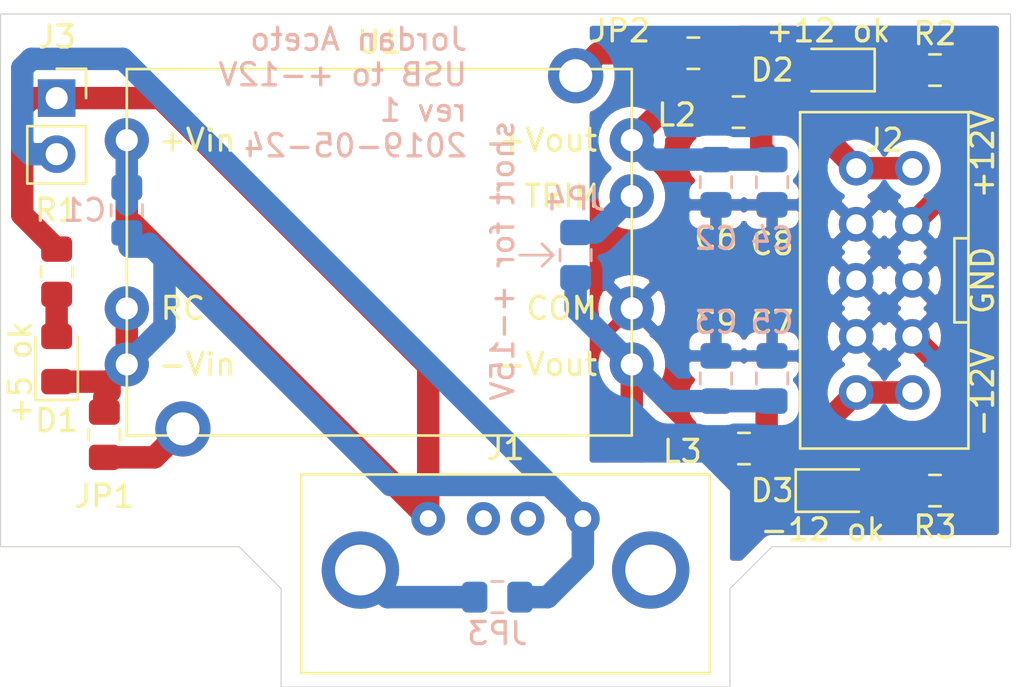
<source format=kicad_pcb>
(kicad_pcb (version 20171130) (host pcbnew 5.1.2-f72e74a~84~ubuntu18.04.1)

  (general
    (thickness 1.6)
    (drawings 19)
    (tracks 88)
    (zones 0)
    (modules 25)
    (nets 17)
  )

  (page A)
  (title_block
    (title "USB to +-12 volts")
    (date 2019-05-24)
    (rev 1)
    (comment 2 creativecommons.org/licenses/by/4.0/)
    (comment 3 "License: CC by 4.0")
    (comment 4 "Author: Jordan Aceto")
  )

  (layers
    (0 F.Cu signal)
    (31 B.Cu signal)
    (32 B.Adhes user)
    (33 F.Adhes user)
    (34 B.Paste user)
    (35 F.Paste user)
    (36 B.SilkS user)
    (37 F.SilkS user)
    (38 B.Mask user)
    (39 F.Mask user)
    (40 Dwgs.User user)
    (41 Cmts.User user)
    (42 Eco1.User user)
    (43 Eco2.User user)
    (44 Edge.Cuts user)
    (45 Margin user)
    (46 B.CrtYd user)
    (47 F.CrtYd user)
    (48 B.Fab user)
    (49 F.Fab user hide)
  )

  (setup
    (last_trace_width 1.016)
    (user_trace_width 1.016)
    (trace_clearance 0.2)
    (zone_clearance 0.508)
    (zone_45_only no)
    (trace_min 0.2)
    (via_size 0.8)
    (via_drill 0.4)
    (via_min_size 0.4)
    (via_min_drill 0.3)
    (uvia_size 0.3)
    (uvia_drill 0.1)
    (uvias_allowed no)
    (uvia_min_size 0.2)
    (uvia_min_drill 0.1)
    (edge_width 0.05)
    (segment_width 0.2)
    (pcb_text_width 0.3)
    (pcb_text_size 1.5 1.5)
    (mod_edge_width 0.12)
    (mod_text_size 1 1)
    (mod_text_width 0.15)
    (pad_size 1.524 1.524)
    (pad_drill 0.762)
    (pad_to_mask_clearance 0.051)
    (solder_mask_min_width 0.25)
    (aux_axis_origin 0 0)
    (visible_elements FFFFFF7F)
    (pcbplotparams
      (layerselection 0x010fc_ffffffff)
      (usegerberextensions false)
      (usegerberattributes false)
      (usegerberadvancedattributes false)
      (creategerberjobfile false)
      (excludeedgelayer true)
      (linewidth 0.100000)
      (plotframeref false)
      (viasonmask false)
      (mode 1)
      (useauxorigin false)
      (hpglpennumber 1)
      (hpglpenspeed 20)
      (hpglpendiameter 15.000000)
      (psnegative false)
      (psa4output false)
      (plotreference true)
      (plotvalue true)
      (plotinvisibletext false)
      (padsonsilk false)
      (subtractmaskfromsilk false)
      (outputformat 1)
      (mirror false)
      (drillshape 1)
      (scaleselection 1)
      (outputdirectory ""))
  )

  (net 0 "")
  (net 1 +5V)
  (net 2 GNDD)
  (net 3 "Net-(C2-Pad1)")
  (net 4 GND)
  (net 5 "Net-(C3-Pad2)")
  (net 6 +12V)
  (net 7 -12V)
  (net 8 "Net-(D1-Pad2)")
  (net 9 "Net-(D3-Pad2)")
  (net 10 "Net-(D2-Pad1)")
  (net 11 "Net-(J1-Pad2)")
  (net 12 "Net-(J1-Pad3)")
  (net 13 "Net-(JP1-Pad1)")
  (net 14 "Net-(JP2-Pad2)")
  (net 15 "Net-(J1-Pad5)")
  (net 16 "Net-(JP4-Pad1)")

  (net_class Default "This is the default net class."
    (clearance 0.2)
    (trace_width 0.25)
    (via_dia 0.8)
    (via_drill 0.4)
    (uvia_dia 0.3)
    (uvia_drill 0.1)
    (add_net +12V)
    (add_net +5V)
    (add_net -12V)
    (add_net GND)
    (add_net GNDD)
    (add_net "Net-(C2-Pad1)")
    (add_net "Net-(C3-Pad2)")
    (add_net "Net-(D1-Pad2)")
    (add_net "Net-(D2-Pad1)")
    (add_net "Net-(D3-Pad2)")
    (add_net "Net-(J1-Pad2)")
    (add_net "Net-(J1-Pad3)")
    (add_net "Net-(J1-Pad5)")
    (add_net "Net-(JP1-Pad1)")
    (add_net "Net-(JP2-Pad2)")
    (add_net "Net-(JP4-Pad1)")
  )

  (module Capacitor_SMD:C_0805_2012Metric_Pad1.15x1.40mm_HandSolder (layer B.Cu) (tedit 5B36C52B) (tstamp 5CE749A0)
    (at 122.936 96.266 270)
    (descr "Capacitor SMD 0805 (2012 Metric), square (rectangular) end terminal, IPC_7351 nominal with elongated pad for handsoldering. (Body size source: https://docs.google.com/spreadsheets/d/1BsfQQcO9C6DZCsRaXUlFlo91Tg2WpOkGARC1WS5S8t0/edit?usp=sharing), generated with kicad-footprint-generator")
    (tags "capacitor handsolder")
    (path /5CE6E5AE)
    (attr smd)
    (fp_text reference C1 (at 0 1.905 180) (layer B.SilkS)
      (effects (font (size 1 1) (thickness 0.15)) (justify mirror))
    )
    (fp_text value C (at 0 -1.65 270) (layer B.Fab)
      (effects (font (size 1 1) (thickness 0.15)) (justify mirror))
    )
    (fp_line (start -1 -0.6) (end -1 0.6) (layer B.Fab) (width 0.1))
    (fp_line (start -1 0.6) (end 1 0.6) (layer B.Fab) (width 0.1))
    (fp_line (start 1 0.6) (end 1 -0.6) (layer B.Fab) (width 0.1))
    (fp_line (start 1 -0.6) (end -1 -0.6) (layer B.Fab) (width 0.1))
    (fp_line (start -0.261252 0.71) (end 0.261252 0.71) (layer B.SilkS) (width 0.12))
    (fp_line (start -0.261252 -0.71) (end 0.261252 -0.71) (layer B.SilkS) (width 0.12))
    (fp_line (start -1.85 -0.95) (end -1.85 0.95) (layer B.CrtYd) (width 0.05))
    (fp_line (start -1.85 0.95) (end 1.85 0.95) (layer B.CrtYd) (width 0.05))
    (fp_line (start 1.85 0.95) (end 1.85 -0.95) (layer B.CrtYd) (width 0.05))
    (fp_line (start 1.85 -0.95) (end -1.85 -0.95) (layer B.CrtYd) (width 0.05))
    (fp_text user %R (at 0 0 270) (layer B.Fab)
      (effects (font (size 0.5 0.5) (thickness 0.08)) (justify mirror))
    )
    (pad 1 smd roundrect (at -1.025 0 270) (size 1.15 1.4) (layers B.Cu B.Paste B.Mask) (roundrect_rratio 0.217391)
      (net 1 +5V))
    (pad 2 smd roundrect (at 1.025 0 270) (size 1.15 1.4) (layers B.Cu B.Paste B.Mask) (roundrect_rratio 0.217391)
      (net 2 GNDD))
    (model ${KISYS3DMOD}/Capacitor_SMD.3dshapes/C_0805_2012Metric.wrl
      (at (xyz 0 0 0))
      (scale (xyz 1 1 1))
      (rotate (xyz 0 0 0))
    )
  )

  (module Capacitor_SMD:C_0805_2012Metric_Pad1.15x1.40mm_HandSolder (layer B.Cu) (tedit 5B36C52B) (tstamp 5CE749B1)
    (at 149.606 94.996 270)
    (descr "Capacitor SMD 0805 (2012 Metric), square (rectangular) end terminal, IPC_7351 nominal with elongated pad for handsoldering. (Body size source: https://docs.google.com/spreadsheets/d/1BsfQQcO9C6DZCsRaXUlFlo91Tg2WpOkGARC1WS5S8t0/edit?usp=sharing), generated with kicad-footprint-generator")
    (tags "capacitor handsolder")
    (path /5CE6DEF0)
    (attr smd)
    (fp_text reference C2 (at 2.54 0 180) (layer B.SilkS)
      (effects (font (size 1 1) (thickness 0.15)) (justify mirror))
    )
    (fp_text value 1uF (at 0 -1.65 270) (layer B.Fab)
      (effects (font (size 1 1) (thickness 0.15)) (justify mirror))
    )
    (fp_text user %R (at 0 0 270) (layer B.Fab)
      (effects (font (size 0.5 0.5) (thickness 0.08)) (justify mirror))
    )
    (fp_line (start 1.85 -0.95) (end -1.85 -0.95) (layer B.CrtYd) (width 0.05))
    (fp_line (start 1.85 0.95) (end 1.85 -0.95) (layer B.CrtYd) (width 0.05))
    (fp_line (start -1.85 0.95) (end 1.85 0.95) (layer B.CrtYd) (width 0.05))
    (fp_line (start -1.85 -0.95) (end -1.85 0.95) (layer B.CrtYd) (width 0.05))
    (fp_line (start -0.261252 -0.71) (end 0.261252 -0.71) (layer B.SilkS) (width 0.12))
    (fp_line (start -0.261252 0.71) (end 0.261252 0.71) (layer B.SilkS) (width 0.12))
    (fp_line (start 1 -0.6) (end -1 -0.6) (layer B.Fab) (width 0.1))
    (fp_line (start 1 0.6) (end 1 -0.6) (layer B.Fab) (width 0.1))
    (fp_line (start -1 0.6) (end 1 0.6) (layer B.Fab) (width 0.1))
    (fp_line (start -1 -0.6) (end -1 0.6) (layer B.Fab) (width 0.1))
    (pad 2 smd roundrect (at 1.025 0 270) (size 1.15 1.4) (layers B.Cu B.Paste B.Mask) (roundrect_rratio 0.217391)
      (net 4 GND))
    (pad 1 smd roundrect (at -1.025 0 270) (size 1.15 1.4) (layers B.Cu B.Paste B.Mask) (roundrect_rratio 0.217391)
      (net 3 "Net-(C2-Pad1)"))
    (model ${KISYS3DMOD}/Capacitor_SMD.3dshapes/C_0805_2012Metric.wrl
      (at (xyz 0 0 0))
      (scale (xyz 1 1 1))
      (rotate (xyz 0 0 0))
    )
  )

  (module Capacitor_SMD:C_0805_2012Metric_Pad1.15x1.40mm_HandSolder (layer B.Cu) (tedit 5B36C52B) (tstamp 5CE749C2)
    (at 149.606 103.886 270)
    (descr "Capacitor SMD 0805 (2012 Metric), square (rectangular) end terminal, IPC_7351 nominal with elongated pad for handsoldering. (Body size source: https://docs.google.com/spreadsheets/d/1BsfQQcO9C6DZCsRaXUlFlo91Tg2WpOkGARC1WS5S8t0/edit?usp=sharing), generated with kicad-footprint-generator")
    (tags "capacitor handsolder")
    (path /5CE6D818)
    (attr smd)
    (fp_text reference C3 (at -2.54 0 180) (layer B.SilkS)
      (effects (font (size 1 1) (thickness 0.15)) (justify mirror))
    )
    (fp_text value 1uF (at 0 -1.65 270) (layer B.Fab)
      (effects (font (size 1 1) (thickness 0.15)) (justify mirror))
    )
    (fp_text user %R (at 0 0 270) (layer B.Fab)
      (effects (font (size 0.5 0.5) (thickness 0.08)) (justify mirror))
    )
    (fp_line (start 1.85 -0.95) (end -1.85 -0.95) (layer B.CrtYd) (width 0.05))
    (fp_line (start 1.85 0.95) (end 1.85 -0.95) (layer B.CrtYd) (width 0.05))
    (fp_line (start -1.85 0.95) (end 1.85 0.95) (layer B.CrtYd) (width 0.05))
    (fp_line (start -1.85 -0.95) (end -1.85 0.95) (layer B.CrtYd) (width 0.05))
    (fp_line (start -0.261252 -0.71) (end 0.261252 -0.71) (layer B.SilkS) (width 0.12))
    (fp_line (start -0.261252 0.71) (end 0.261252 0.71) (layer B.SilkS) (width 0.12))
    (fp_line (start 1 -0.6) (end -1 -0.6) (layer B.Fab) (width 0.1))
    (fp_line (start 1 0.6) (end 1 -0.6) (layer B.Fab) (width 0.1))
    (fp_line (start -1 0.6) (end 1 0.6) (layer B.Fab) (width 0.1))
    (fp_line (start -1 -0.6) (end -1 0.6) (layer B.Fab) (width 0.1))
    (pad 2 smd roundrect (at 1.025 0 270) (size 1.15 1.4) (layers B.Cu B.Paste B.Mask) (roundrect_rratio 0.217391)
      (net 5 "Net-(C3-Pad2)"))
    (pad 1 smd roundrect (at -1.025 0 270) (size 1.15 1.4) (layers B.Cu B.Paste B.Mask) (roundrect_rratio 0.217391)
      (net 4 GND))
    (model ${KISYS3DMOD}/Capacitor_SMD.3dshapes/C_0805_2012Metric.wrl
      (at (xyz 0 0 0))
      (scale (xyz 1 1 1))
      (rotate (xyz 0 0 0))
    )
  )

  (module Capacitor_SMD:C_0805_2012Metric_Pad1.15x1.40mm_HandSolder (layer B.Cu) (tedit 5B36C52B) (tstamp 5CE749D3)
    (at 152.146 94.996 270)
    (descr "Capacitor SMD 0805 (2012 Metric), square (rectangular) end terminal, IPC_7351 nominal with elongated pad for handsoldering. (Body size source: https://docs.google.com/spreadsheets/d/1BsfQQcO9C6DZCsRaXUlFlo91Tg2WpOkGARC1WS5S8t0/edit?usp=sharing), generated with kicad-footprint-generator")
    (tags "capacitor handsolder")
    (path /5CE7A2AD)
    (attr smd)
    (fp_text reference C4 (at 2.549 0 180) (layer B.SilkS)
      (effects (font (size 1 1) (thickness 0.15)) (justify mirror))
    )
    (fp_text value 100nF (at 0 -1.65 270) (layer B.Fab)
      (effects (font (size 1 1) (thickness 0.15)) (justify mirror))
    )
    (fp_line (start -1 -0.6) (end -1 0.6) (layer B.Fab) (width 0.1))
    (fp_line (start -1 0.6) (end 1 0.6) (layer B.Fab) (width 0.1))
    (fp_line (start 1 0.6) (end 1 -0.6) (layer B.Fab) (width 0.1))
    (fp_line (start 1 -0.6) (end -1 -0.6) (layer B.Fab) (width 0.1))
    (fp_line (start -0.261252 0.71) (end 0.261252 0.71) (layer B.SilkS) (width 0.12))
    (fp_line (start -0.261252 -0.71) (end 0.261252 -0.71) (layer B.SilkS) (width 0.12))
    (fp_line (start -1.85 -0.95) (end -1.85 0.95) (layer B.CrtYd) (width 0.05))
    (fp_line (start -1.85 0.95) (end 1.85 0.95) (layer B.CrtYd) (width 0.05))
    (fp_line (start 1.85 0.95) (end 1.85 -0.95) (layer B.CrtYd) (width 0.05))
    (fp_line (start 1.85 -0.95) (end -1.85 -0.95) (layer B.CrtYd) (width 0.05))
    (fp_text user %R (at 0 0 270) (layer B.Fab)
      (effects (font (size 0.5 0.5) (thickness 0.08)) (justify mirror))
    )
    (pad 1 smd roundrect (at -1.025 0 270) (size 1.15 1.4) (layers B.Cu B.Paste B.Mask) (roundrect_rratio 0.217391)
      (net 3 "Net-(C2-Pad1)"))
    (pad 2 smd roundrect (at 1.025 0 270) (size 1.15 1.4) (layers B.Cu B.Paste B.Mask) (roundrect_rratio 0.217391)
      (net 4 GND))
    (model ${KISYS3DMOD}/Capacitor_SMD.3dshapes/C_0805_2012Metric.wrl
      (at (xyz 0 0 0))
      (scale (xyz 1 1 1))
      (rotate (xyz 0 0 0))
    )
  )

  (module Capacitor_SMD:C_0805_2012Metric_Pad1.15x1.40mm_HandSolder (layer B.Cu) (tedit 5B36C52B) (tstamp 5CE75CE2)
    (at 152.146 103.886 270)
    (descr "Capacitor SMD 0805 (2012 Metric), square (rectangular) end terminal, IPC_7351 nominal with elongated pad for handsoldering. (Body size source: https://docs.google.com/spreadsheets/d/1BsfQQcO9C6DZCsRaXUlFlo91Tg2WpOkGARC1WS5S8t0/edit?usp=sharing), generated with kicad-footprint-generator")
    (tags "capacitor handsolder")
    (path /5CE7A2A3)
    (attr smd)
    (fp_text reference C5 (at -2.54 0 180) (layer B.SilkS)
      (effects (font (size 1 1) (thickness 0.15)) (justify mirror))
    )
    (fp_text value 100nF (at 0 -1.65 270) (layer B.Fab)
      (effects (font (size 1 1) (thickness 0.15)) (justify mirror))
    )
    (fp_text user %R (at 0 0 270) (layer B.Fab)
      (effects (font (size 0.5 0.5) (thickness 0.08)) (justify mirror))
    )
    (fp_line (start 1.85 -0.95) (end -1.85 -0.95) (layer B.CrtYd) (width 0.05))
    (fp_line (start 1.85 0.95) (end 1.85 -0.95) (layer B.CrtYd) (width 0.05))
    (fp_line (start -1.85 0.95) (end 1.85 0.95) (layer B.CrtYd) (width 0.05))
    (fp_line (start -1.85 -0.95) (end -1.85 0.95) (layer B.CrtYd) (width 0.05))
    (fp_line (start -0.261252 -0.71) (end 0.261252 -0.71) (layer B.SilkS) (width 0.12))
    (fp_line (start -0.261252 0.71) (end 0.261252 0.71) (layer B.SilkS) (width 0.12))
    (fp_line (start 1 -0.6) (end -1 -0.6) (layer B.Fab) (width 0.1))
    (fp_line (start 1 0.6) (end 1 -0.6) (layer B.Fab) (width 0.1))
    (fp_line (start -1 0.6) (end 1 0.6) (layer B.Fab) (width 0.1))
    (fp_line (start -1 -0.6) (end -1 0.6) (layer B.Fab) (width 0.1))
    (pad 2 smd roundrect (at 1.025 0 270) (size 1.15 1.4) (layers B.Cu B.Paste B.Mask) (roundrect_rratio 0.217391)
      (net 5 "Net-(C3-Pad2)"))
    (pad 1 smd roundrect (at -1.025 0 270) (size 1.15 1.4) (layers B.Cu B.Paste B.Mask) (roundrect_rratio 0.217391)
      (net 4 GND))
    (model ${KISYS3DMOD}/Capacitor_SMD.3dshapes/C_0805_2012Metric.wrl
      (at (xyz 0 0 0))
      (scale (xyz 1 1 1))
      (rotate (xyz 0 0 0))
    )
  )

  (module Capacitor_SMD:C_0805_2012Metric_Pad1.15x1.40mm_HandSolder (layer F.Cu) (tedit 5B36C52B) (tstamp 5CE749F5)
    (at 149.606 94.996 270)
    (descr "Capacitor SMD 0805 (2012 Metric), square (rectangular) end terminal, IPC_7351 nominal with elongated pad for handsoldering. (Body size source: https://docs.google.com/spreadsheets/d/1BsfQQcO9C6DZCsRaXUlFlo91Tg2WpOkGARC1WS5S8t0/edit?usp=sharing), generated with kicad-footprint-generator")
    (tags "capacitor handsolder")
    (path /5CE912D5)
    (attr smd)
    (fp_text reference C6 (at 2.54 0 180) (layer F.SilkS)
      (effects (font (size 1 1) (thickness 0.15)))
    )
    (fp_text value 1uF (at 0 1.65 90) (layer F.Fab)
      (effects (font (size 1 1) (thickness 0.15)))
    )
    (fp_text user %R (at 0 0 90) (layer F.Fab)
      (effects (font (size 0.5 0.5) (thickness 0.08)))
    )
    (fp_line (start 1.85 0.95) (end -1.85 0.95) (layer F.CrtYd) (width 0.05))
    (fp_line (start 1.85 -0.95) (end 1.85 0.95) (layer F.CrtYd) (width 0.05))
    (fp_line (start -1.85 -0.95) (end 1.85 -0.95) (layer F.CrtYd) (width 0.05))
    (fp_line (start -1.85 0.95) (end -1.85 -0.95) (layer F.CrtYd) (width 0.05))
    (fp_line (start -0.261252 0.71) (end 0.261252 0.71) (layer F.SilkS) (width 0.12))
    (fp_line (start -0.261252 -0.71) (end 0.261252 -0.71) (layer F.SilkS) (width 0.12))
    (fp_line (start 1 0.6) (end -1 0.6) (layer F.Fab) (width 0.1))
    (fp_line (start 1 -0.6) (end 1 0.6) (layer F.Fab) (width 0.1))
    (fp_line (start -1 -0.6) (end 1 -0.6) (layer F.Fab) (width 0.1))
    (fp_line (start -1 0.6) (end -1 -0.6) (layer F.Fab) (width 0.1))
    (pad 2 smd roundrect (at 1.025 0 270) (size 1.15 1.4) (layers F.Cu F.Paste F.Mask) (roundrect_rratio 0.217391)
      (net 4 GND))
    (pad 1 smd roundrect (at -1.025 0 270) (size 1.15 1.4) (layers F.Cu F.Paste F.Mask) (roundrect_rratio 0.217391)
      (net 6 +12V))
    (model ${KISYS3DMOD}/Capacitor_SMD.3dshapes/C_0805_2012Metric.wrl
      (at (xyz 0 0 0))
      (scale (xyz 1 1 1))
      (rotate (xyz 0 0 0))
    )
  )

  (module Capacitor_SMD:C_0805_2012Metric_Pad1.15x1.40mm_HandSolder (layer F.Cu) (tedit 5B36C52B) (tstamp 5CE74A06)
    (at 152.146 103.886 270)
    (descr "Capacitor SMD 0805 (2012 Metric), square (rectangular) end terminal, IPC_7351 nominal with elongated pad for handsoldering. (Body size source: https://docs.google.com/spreadsheets/d/1BsfQQcO9C6DZCsRaXUlFlo91Tg2WpOkGARC1WS5S8t0/edit?usp=sharing), generated with kicad-footprint-generator")
    (tags "capacitor handsolder")
    (path /5CE92981)
    (attr smd)
    (fp_text reference C7 (at -2.54 0 180) (layer F.SilkS)
      (effects (font (size 1 1) (thickness 0.15)))
    )
    (fp_text value 1uF (at 0 1.65 90) (layer F.Fab)
      (effects (font (size 1 1) (thickness 0.15)))
    )
    (fp_line (start -1 0.6) (end -1 -0.6) (layer F.Fab) (width 0.1))
    (fp_line (start -1 -0.6) (end 1 -0.6) (layer F.Fab) (width 0.1))
    (fp_line (start 1 -0.6) (end 1 0.6) (layer F.Fab) (width 0.1))
    (fp_line (start 1 0.6) (end -1 0.6) (layer F.Fab) (width 0.1))
    (fp_line (start -0.261252 -0.71) (end 0.261252 -0.71) (layer F.SilkS) (width 0.12))
    (fp_line (start -0.261252 0.71) (end 0.261252 0.71) (layer F.SilkS) (width 0.12))
    (fp_line (start -1.85 0.95) (end -1.85 -0.95) (layer F.CrtYd) (width 0.05))
    (fp_line (start -1.85 -0.95) (end 1.85 -0.95) (layer F.CrtYd) (width 0.05))
    (fp_line (start 1.85 -0.95) (end 1.85 0.95) (layer F.CrtYd) (width 0.05))
    (fp_line (start 1.85 0.95) (end -1.85 0.95) (layer F.CrtYd) (width 0.05))
    (fp_text user %R (at 0 0 90) (layer F.Fab)
      (effects (font (size 0.5 0.5) (thickness 0.08)))
    )
    (pad 1 smd roundrect (at -1.025 0 270) (size 1.15 1.4) (layers F.Cu F.Paste F.Mask) (roundrect_rratio 0.217391)
      (net 4 GND))
    (pad 2 smd roundrect (at 1.025 0 270) (size 1.15 1.4) (layers F.Cu F.Paste F.Mask) (roundrect_rratio 0.217391)
      (net 7 -12V))
    (model ${KISYS3DMOD}/Capacitor_SMD.3dshapes/C_0805_2012Metric.wrl
      (at (xyz 0 0 0))
      (scale (xyz 1 1 1))
      (rotate (xyz 0 0 0))
    )
  )

  (module Capacitor_SMD:C_0805_2012Metric_Pad1.15x1.40mm_HandSolder (layer F.Cu) (tedit 5B36C52B) (tstamp 5CE7537E)
    (at 152.146 94.996 270)
    (descr "Capacitor SMD 0805 (2012 Metric), square (rectangular) end terminal, IPC_7351 nominal with elongated pad for handsoldering. (Body size source: https://docs.google.com/spreadsheets/d/1BsfQQcO9C6DZCsRaXUlFlo91Tg2WpOkGARC1WS5S8t0/edit?usp=sharing), generated with kicad-footprint-generator")
    (tags "capacitor handsolder")
    (path /5CE6DEFA)
    (attr smd)
    (fp_text reference C8 (at 2.785 0 180) (layer F.SilkS)
      (effects (font (size 1 1) (thickness 0.15)))
    )
    (fp_text value 100nF (at 0 1.65 90) (layer F.Fab)
      (effects (font (size 1 1) (thickness 0.15)))
    )
    (fp_line (start -1 0.6) (end -1 -0.6) (layer F.Fab) (width 0.1))
    (fp_line (start -1 -0.6) (end 1 -0.6) (layer F.Fab) (width 0.1))
    (fp_line (start 1 -0.6) (end 1 0.6) (layer F.Fab) (width 0.1))
    (fp_line (start 1 0.6) (end -1 0.6) (layer F.Fab) (width 0.1))
    (fp_line (start -0.261252 -0.71) (end 0.261252 -0.71) (layer F.SilkS) (width 0.12))
    (fp_line (start -0.261252 0.71) (end 0.261252 0.71) (layer F.SilkS) (width 0.12))
    (fp_line (start -1.85 0.95) (end -1.85 -0.95) (layer F.CrtYd) (width 0.05))
    (fp_line (start -1.85 -0.95) (end 1.85 -0.95) (layer F.CrtYd) (width 0.05))
    (fp_line (start 1.85 -0.95) (end 1.85 0.95) (layer F.CrtYd) (width 0.05))
    (fp_line (start 1.85 0.95) (end -1.85 0.95) (layer F.CrtYd) (width 0.05))
    (fp_text user %R (at 0 0 90) (layer F.Fab)
      (effects (font (size 0.5 0.5) (thickness 0.08)))
    )
    (pad 1 smd roundrect (at -1.025 0 270) (size 1.15 1.4) (layers F.Cu F.Paste F.Mask) (roundrect_rratio 0.217391)
      (net 6 +12V))
    (pad 2 smd roundrect (at 1.025 0 270) (size 1.15 1.4) (layers F.Cu F.Paste F.Mask) (roundrect_rratio 0.217391)
      (net 4 GND))
    (model ${KISYS3DMOD}/Capacitor_SMD.3dshapes/C_0805_2012Metric.wrl
      (at (xyz 0 0 0))
      (scale (xyz 1 1 1))
      (rotate (xyz 0 0 0))
    )
  )

  (module Capacitor_SMD:C_0805_2012Metric_Pad1.15x1.40mm_HandSolder (layer F.Cu) (tedit 5B36C52B) (tstamp 5CE74A28)
    (at 149.606 103.886 270)
    (descr "Capacitor SMD 0805 (2012 Metric), square (rectangular) end terminal, IPC_7351 nominal with elongated pad for handsoldering. (Body size source: https://docs.google.com/spreadsheets/d/1BsfQQcO9C6DZCsRaXUlFlo91Tg2WpOkGARC1WS5S8t0/edit?usp=sharing), generated with kicad-footprint-generator")
    (tags "capacitor handsolder")
    (path /5CE6DAD2)
    (attr smd)
    (fp_text reference C9 (at -2.54 0 180) (layer F.SilkS)
      (effects (font (size 1 1) (thickness 0.15)))
    )
    (fp_text value 100nF (at 0 1.65 90) (layer F.Fab)
      (effects (font (size 1 1) (thickness 0.15)))
    )
    (fp_line (start -1 0.6) (end -1 -0.6) (layer F.Fab) (width 0.1))
    (fp_line (start -1 -0.6) (end 1 -0.6) (layer F.Fab) (width 0.1))
    (fp_line (start 1 -0.6) (end 1 0.6) (layer F.Fab) (width 0.1))
    (fp_line (start 1 0.6) (end -1 0.6) (layer F.Fab) (width 0.1))
    (fp_line (start -0.261252 -0.71) (end 0.261252 -0.71) (layer F.SilkS) (width 0.12))
    (fp_line (start -0.261252 0.71) (end 0.261252 0.71) (layer F.SilkS) (width 0.12))
    (fp_line (start -1.85 0.95) (end -1.85 -0.95) (layer F.CrtYd) (width 0.05))
    (fp_line (start -1.85 -0.95) (end 1.85 -0.95) (layer F.CrtYd) (width 0.05))
    (fp_line (start 1.85 -0.95) (end 1.85 0.95) (layer F.CrtYd) (width 0.05))
    (fp_line (start 1.85 0.95) (end -1.85 0.95) (layer F.CrtYd) (width 0.05))
    (fp_text user %R (at 0 0 90) (layer F.Fab)
      (effects (font (size 0.5 0.5) (thickness 0.08)))
    )
    (pad 1 smd roundrect (at -1.025 0 270) (size 1.15 1.4) (layers F.Cu F.Paste F.Mask) (roundrect_rratio 0.217391)
      (net 4 GND))
    (pad 2 smd roundrect (at 1.025 0 270) (size 1.15 1.4) (layers F.Cu F.Paste F.Mask) (roundrect_rratio 0.217391)
      (net 7 -12V))
    (model ${KISYS3DMOD}/Capacitor_SMD.3dshapes/C_0805_2012Metric.wrl
      (at (xyz 0 0 0))
      (scale (xyz 1 1 1))
      (rotate (xyz 0 0 0))
    )
  )

  (module LED_SMD:LED_0805_2012Metric_Pad1.15x1.40mm_HandSolder (layer F.Cu) (tedit 5B4B45C9) (tstamp 5CE769C0)
    (at 119.761 103.006 90)
    (descr "LED SMD 0805 (2012 Metric), square (rectangular) end terminal, IPC_7351 nominal, (Body size source: https://docs.google.com/spreadsheets/d/1BsfQQcO9C6DZCsRaXUlFlo91Tg2WpOkGARC1WS5S8t0/edit?usp=sharing), generated with kicad-footprint-generator")
    (tags "LED handsolder")
    (path /5CECC795)
    (attr smd)
    (fp_text reference D1 (at -2.785 0 180) (layer F.SilkS)
      (effects (font (size 1 1) (thickness 0.15)))
    )
    (fp_text value 5V_OK (at 0 1.65 90) (layer F.Fab)
      (effects (font (size 1 1) (thickness 0.15)))
    )
    (fp_line (start 1 -0.6) (end -0.7 -0.6) (layer F.Fab) (width 0.1))
    (fp_line (start -0.7 -0.6) (end -1 -0.3) (layer F.Fab) (width 0.1))
    (fp_line (start -1 -0.3) (end -1 0.6) (layer F.Fab) (width 0.1))
    (fp_line (start -1 0.6) (end 1 0.6) (layer F.Fab) (width 0.1))
    (fp_line (start 1 0.6) (end 1 -0.6) (layer F.Fab) (width 0.1))
    (fp_line (start 1 -0.96) (end -1.86 -0.96) (layer F.SilkS) (width 0.12))
    (fp_line (start -1.86 -0.96) (end -1.86 0.96) (layer F.SilkS) (width 0.12))
    (fp_line (start -1.86 0.96) (end 1 0.96) (layer F.SilkS) (width 0.12))
    (fp_line (start -1.85 0.95) (end -1.85 -0.95) (layer F.CrtYd) (width 0.05))
    (fp_line (start -1.85 -0.95) (end 1.85 -0.95) (layer F.CrtYd) (width 0.05))
    (fp_line (start 1.85 -0.95) (end 1.85 0.95) (layer F.CrtYd) (width 0.05))
    (fp_line (start 1.85 0.95) (end -1.85 0.95) (layer F.CrtYd) (width 0.05))
    (fp_text user %R (at 0 0 90) (layer F.Fab)
      (effects (font (size 0.5 0.5) (thickness 0.08)))
    )
    (pad 1 smd roundrect (at -1.025 0 90) (size 1.15 1.4) (layers F.Cu F.Paste F.Mask) (roundrect_rratio 0.217391)
      (net 2 GNDD))
    (pad 2 smd roundrect (at 1.025 0 90) (size 1.15 1.4) (layers F.Cu F.Paste F.Mask) (roundrect_rratio 0.217391)
      (net 8 "Net-(D1-Pad2)"))
    (model ${KISYS3DMOD}/LED_SMD.3dshapes/LED_0805_2012Metric.wrl
      (at (xyz 0 0 0))
      (scale (xyz 1 1 1))
      (rotate (xyz 0 0 0))
    )
  )

  (module LED_SMD:LED_0805_2012Metric_Pad1.15x1.40mm_HandSolder (layer F.Cu) (tedit 5B4B45C9) (tstamp 5CE7630B)
    (at 154.931 89.916 180)
    (descr "LED SMD 0805 (2012 Metric), square (rectangular) end terminal, IPC_7351 nominal, (Body size source: https://docs.google.com/spreadsheets/d/1BsfQQcO9C6DZCsRaXUlFlo91Tg2WpOkGARC1WS5S8t0/edit?usp=sharing), generated with kicad-footprint-generator")
    (tags "LED handsolder")
    (path /5CED75EF)
    (attr smd)
    (fp_text reference D2 (at 2.785 0) (layer F.SilkS)
      (effects (font (size 1 1) (thickness 0.15)))
    )
    (fp_text value +12V_OK (at 0 1.65) (layer F.Fab)
      (effects (font (size 1 1) (thickness 0.15)))
    )
    (fp_line (start 1 -0.6) (end -0.7 -0.6) (layer F.Fab) (width 0.1))
    (fp_line (start -0.7 -0.6) (end -1 -0.3) (layer F.Fab) (width 0.1))
    (fp_line (start -1 -0.3) (end -1 0.6) (layer F.Fab) (width 0.1))
    (fp_line (start -1 0.6) (end 1 0.6) (layer F.Fab) (width 0.1))
    (fp_line (start 1 0.6) (end 1 -0.6) (layer F.Fab) (width 0.1))
    (fp_line (start 1 -0.96) (end -1.86 -0.96) (layer F.SilkS) (width 0.12))
    (fp_line (start -1.86 -0.96) (end -1.86 0.96) (layer F.SilkS) (width 0.12))
    (fp_line (start -1.86 0.96) (end 1 0.96) (layer F.SilkS) (width 0.12))
    (fp_line (start -1.85 0.95) (end -1.85 -0.95) (layer F.CrtYd) (width 0.05))
    (fp_line (start -1.85 -0.95) (end 1.85 -0.95) (layer F.CrtYd) (width 0.05))
    (fp_line (start 1.85 -0.95) (end 1.85 0.95) (layer F.CrtYd) (width 0.05))
    (fp_line (start 1.85 0.95) (end -1.85 0.95) (layer F.CrtYd) (width 0.05))
    (fp_text user %R (at 0 0) (layer F.Fab)
      (effects (font (size 0.5 0.5) (thickness 0.08)))
    )
    (pad 1 smd roundrect (at -1.025 0 180) (size 1.15 1.4) (layers F.Cu F.Paste F.Mask) (roundrect_rratio 0.217391)
      (net 10 "Net-(D2-Pad1)"))
    (pad 2 smd roundrect (at 1.025 0 180) (size 1.15 1.4) (layers F.Cu F.Paste F.Mask) (roundrect_rratio 0.217391)
      (net 6 +12V))
    (model ${KISYS3DMOD}/LED_SMD.3dshapes/LED_0805_2012Metric.wrl
      (at (xyz 0 0 0))
      (scale (xyz 1 1 1))
      (rotate (xyz 0 0 0))
    )
  )

  (module LED_SMD:LED_0805_2012Metric_Pad1.15x1.40mm_HandSolder (layer F.Cu) (tedit 5B4B45C9) (tstamp 5CE7E323)
    (at 155.076 108.966)
    (descr "LED SMD 0805 (2012 Metric), square (rectangular) end terminal, IPC_7351 nominal, (Body size source: https://docs.google.com/spreadsheets/d/1BsfQQcO9C6DZCsRaXUlFlo91Tg2WpOkGARC1WS5S8t0/edit?usp=sharing), generated with kicad-footprint-generator")
    (tags "LED handsolder")
    (path /5CEDB872)
    (attr smd)
    (fp_text reference D3 (at -2.93 0) (layer F.SilkS)
      (effects (font (size 1 1) (thickness 0.15)))
    )
    (fp_text value -12V_OK (at -0.644 1.65) (layer F.Fab)
      (effects (font (size 1 1) (thickness 0.15)))
    )
    (fp_text user %R (at 0 0) (layer F.Fab)
      (effects (font (size 0.5 0.5) (thickness 0.08)))
    )
    (fp_line (start 1.85 0.95) (end -1.85 0.95) (layer F.CrtYd) (width 0.05))
    (fp_line (start 1.85 -0.95) (end 1.85 0.95) (layer F.CrtYd) (width 0.05))
    (fp_line (start -1.85 -0.95) (end 1.85 -0.95) (layer F.CrtYd) (width 0.05))
    (fp_line (start -1.85 0.95) (end -1.85 -0.95) (layer F.CrtYd) (width 0.05))
    (fp_line (start -1.86 0.96) (end 1 0.96) (layer F.SilkS) (width 0.12))
    (fp_line (start -1.86 -0.96) (end -1.86 0.96) (layer F.SilkS) (width 0.12))
    (fp_line (start 1 -0.96) (end -1.86 -0.96) (layer F.SilkS) (width 0.12))
    (fp_line (start 1 0.6) (end 1 -0.6) (layer F.Fab) (width 0.1))
    (fp_line (start -1 0.6) (end 1 0.6) (layer F.Fab) (width 0.1))
    (fp_line (start -1 -0.3) (end -1 0.6) (layer F.Fab) (width 0.1))
    (fp_line (start -0.7 -0.6) (end -1 -0.3) (layer F.Fab) (width 0.1))
    (fp_line (start 1 -0.6) (end -0.7 -0.6) (layer F.Fab) (width 0.1))
    (pad 2 smd roundrect (at 1.025 0) (size 1.15 1.4) (layers F.Cu F.Paste F.Mask) (roundrect_rratio 0.217391)
      (net 9 "Net-(D3-Pad2)"))
    (pad 1 smd roundrect (at -1.025 0) (size 1.15 1.4) (layers F.Cu F.Paste F.Mask) (roundrect_rratio 0.217391)
      (net 7 -12V))
    (model ${KISYS3DMOD}/LED_SMD.3dshapes/LED_0805_2012Metric.wrl
      (at (xyz 0 0 0))
      (scale (xyz 1 1 1))
      (rotate (xyz 0 0 0))
    )
  )

  (module Inductor_SMD:L_0805_2012Metric_Pad1.15x1.40mm_HandSolder (layer F.Cu) (tedit 5B36C52B) (tstamp 5CE74AB3)
    (at 150.631 91.821)
    (descr "Capacitor SMD 0805 (2012 Metric), square (rectangular) end terminal, IPC_7351 nominal with elongated pad for handsoldering. (Body size source: https://docs.google.com/spreadsheets/d/1BsfQQcO9C6DZCsRaXUlFlo91Tg2WpOkGARC1WS5S8t0/edit?usp=sharing), generated with kicad-footprint-generator")
    (tags "inductor handsolder")
    (path /5CE70105)
    (attr smd)
    (fp_text reference L2 (at -2.803 0.127) (layer F.SilkS)
      (effects (font (size 1 1) (thickness 0.15)))
    )
    (fp_text value 100uH (at 0 1.65) (layer F.Fab)
      (effects (font (size 1 1) (thickness 0.15)))
    )
    (fp_text user %R (at 0 0) (layer F.Fab)
      (effects (font (size 0.5 0.5) (thickness 0.08)))
    )
    (fp_line (start 1.85 0.95) (end -1.85 0.95) (layer F.CrtYd) (width 0.05))
    (fp_line (start 1.85 -0.95) (end 1.85 0.95) (layer F.CrtYd) (width 0.05))
    (fp_line (start -1.85 -0.95) (end 1.85 -0.95) (layer F.CrtYd) (width 0.05))
    (fp_line (start -1.85 0.95) (end -1.85 -0.95) (layer F.CrtYd) (width 0.05))
    (fp_line (start -0.261252 0.71) (end 0.261252 0.71) (layer F.SilkS) (width 0.12))
    (fp_line (start -0.261252 -0.71) (end 0.261252 -0.71) (layer F.SilkS) (width 0.12))
    (fp_line (start 1 0.6) (end -1 0.6) (layer F.Fab) (width 0.1))
    (fp_line (start 1 -0.6) (end 1 0.6) (layer F.Fab) (width 0.1))
    (fp_line (start -1 -0.6) (end 1 -0.6) (layer F.Fab) (width 0.1))
    (fp_line (start -1 0.6) (end -1 -0.6) (layer F.Fab) (width 0.1))
    (pad 2 smd roundrect (at 1.025 0) (size 1.15 1.4) (layers F.Cu F.Paste F.Mask) (roundrect_rratio 0.217391)
      (net 6 +12V))
    (pad 1 smd roundrect (at -1.025 0) (size 1.15 1.4) (layers F.Cu F.Paste F.Mask) (roundrect_rratio 0.217391)
      (net 3 "Net-(C2-Pad1)"))
    (model ${KISYS3DMOD}/Inductor_SMD.3dshapes/L_0805_2012Metric.wrl
      (at (xyz 0 0 0))
      (scale (xyz 1 1 1))
      (rotate (xyz 0 0 0))
    )
  )

  (module Inductor_SMD:L_0805_2012Metric_Pad1.15x1.40mm_HandSolder (layer F.Cu) (tedit 5B36C52B) (tstamp 5CE74AC4)
    (at 150.876 107.061 180)
    (descr "Capacitor SMD 0805 (2012 Metric), square (rectangular) end terminal, IPC_7351 nominal with elongated pad for handsoldering. (Body size source: https://docs.google.com/spreadsheets/d/1BsfQQcO9C6DZCsRaXUlFlo91Tg2WpOkGARC1WS5S8t0/edit?usp=sharing), generated with kicad-footprint-generator")
    (tags "inductor handsolder")
    (path /5CE7063B)
    (attr smd)
    (fp_text reference L3 (at 2.794 -0.127) (layer F.SilkS)
      (effects (font (size 1 1) (thickness 0.15)))
    )
    (fp_text value 100uH (at 0 1.65) (layer F.Fab)
      (effects (font (size 1 1) (thickness 0.15)))
    )
    (fp_line (start -1 0.6) (end -1 -0.6) (layer F.Fab) (width 0.1))
    (fp_line (start -1 -0.6) (end 1 -0.6) (layer F.Fab) (width 0.1))
    (fp_line (start 1 -0.6) (end 1 0.6) (layer F.Fab) (width 0.1))
    (fp_line (start 1 0.6) (end -1 0.6) (layer F.Fab) (width 0.1))
    (fp_line (start -0.261252 -0.71) (end 0.261252 -0.71) (layer F.SilkS) (width 0.12))
    (fp_line (start -0.261252 0.71) (end 0.261252 0.71) (layer F.SilkS) (width 0.12))
    (fp_line (start -1.85 0.95) (end -1.85 -0.95) (layer F.CrtYd) (width 0.05))
    (fp_line (start -1.85 -0.95) (end 1.85 -0.95) (layer F.CrtYd) (width 0.05))
    (fp_line (start 1.85 -0.95) (end 1.85 0.95) (layer F.CrtYd) (width 0.05))
    (fp_line (start 1.85 0.95) (end -1.85 0.95) (layer F.CrtYd) (width 0.05))
    (fp_text user %R (at 0 0) (layer F.Fab)
      (effects (font (size 0.5 0.5) (thickness 0.08)))
    )
    (pad 1 smd roundrect (at -1.025 0 180) (size 1.15 1.4) (layers F.Cu F.Paste F.Mask) (roundrect_rratio 0.217391)
      (net 7 -12V))
    (pad 2 smd roundrect (at 1.025 0 180) (size 1.15 1.4) (layers F.Cu F.Paste F.Mask) (roundrect_rratio 0.217391)
      (net 5 "Net-(C3-Pad2)"))
    (model ${KISYS3DMOD}/Inductor_SMD.3dshapes/L_0805_2012Metric.wrl
      (at (xyz 0 0 0))
      (scale (xyz 1 1 1))
      (rotate (xyz 0 0 0))
    )
  )

  (module Resistor_SMD:R_0805_2012Metric_Pad1.15x1.40mm_HandSolder (layer F.Cu) (tedit 5B36C52B) (tstamp 5CE7698E)
    (at 119.761 99.051 270)
    (descr "Resistor SMD 0805 (2012 Metric), square (rectangular) end terminal, IPC_7351 nominal with elongated pad for handsoldering. (Body size source: https://docs.google.com/spreadsheets/d/1BsfQQcO9C6DZCsRaXUlFlo91Tg2WpOkGARC1WS5S8t0/edit?usp=sharing), generated with kicad-footprint-generator")
    (tags "resistor handsolder")
    (path /5CECC78B)
    (attr smd)
    (fp_text reference R1 (at -2.785 0 180) (layer F.SilkS)
      (effects (font (size 1 1) (thickness 0.15)))
    )
    (fp_text value R (at 0 1.65 90) (layer F.Fab)
      (effects (font (size 1 1) (thickness 0.15)))
    )
    (fp_line (start -1 0.6) (end -1 -0.6) (layer F.Fab) (width 0.1))
    (fp_line (start -1 -0.6) (end 1 -0.6) (layer F.Fab) (width 0.1))
    (fp_line (start 1 -0.6) (end 1 0.6) (layer F.Fab) (width 0.1))
    (fp_line (start 1 0.6) (end -1 0.6) (layer F.Fab) (width 0.1))
    (fp_line (start -0.261252 -0.71) (end 0.261252 -0.71) (layer F.SilkS) (width 0.12))
    (fp_line (start -0.261252 0.71) (end 0.261252 0.71) (layer F.SilkS) (width 0.12))
    (fp_line (start -1.85 0.95) (end -1.85 -0.95) (layer F.CrtYd) (width 0.05))
    (fp_line (start -1.85 -0.95) (end 1.85 -0.95) (layer F.CrtYd) (width 0.05))
    (fp_line (start 1.85 -0.95) (end 1.85 0.95) (layer F.CrtYd) (width 0.05))
    (fp_line (start 1.85 0.95) (end -1.85 0.95) (layer F.CrtYd) (width 0.05))
    (fp_text user %R (at 0 0 90) (layer F.Fab)
      (effects (font (size 0.5 0.5) (thickness 0.08)))
    )
    (pad 1 smd roundrect (at -1.025 0 270) (size 1.15 1.4) (layers F.Cu F.Paste F.Mask) (roundrect_rratio 0.217391)
      (net 1 +5V))
    (pad 2 smd roundrect (at 1.025 0 270) (size 1.15 1.4) (layers F.Cu F.Paste F.Mask) (roundrect_rratio 0.217391)
      (net 8 "Net-(D1-Pad2)"))
    (model ${KISYS3DMOD}/Resistor_SMD.3dshapes/R_0805_2012Metric.wrl
      (at (xyz 0 0 0))
      (scale (xyz 1 1 1))
      (rotate (xyz 0 0 0))
    )
  )

  (module Resistor_SMD:R_0805_2012Metric_Pad1.15x1.40mm_HandSolder (layer F.Cu) (tedit 5B36C52B) (tstamp 5CE74AE6)
    (at 159.521 89.916)
    (descr "Resistor SMD 0805 (2012 Metric), square (rectangular) end terminal, IPC_7351 nominal with elongated pad for handsoldering. (Body size source: https://docs.google.com/spreadsheets/d/1BsfQQcO9C6DZCsRaXUlFlo91Tg2WpOkGARC1WS5S8t0/edit?usp=sharing), generated with kicad-footprint-generator")
    (tags "resistor handsolder")
    (path /5CED75E5)
    (attr smd)
    (fp_text reference R2 (at 0 -1.65) (layer F.SilkS)
      (effects (font (size 1 1) (thickness 0.15)))
    )
    (fp_text value R (at 0 1.65) (layer F.Fab)
      (effects (font (size 1 1) (thickness 0.15)))
    )
    (fp_line (start -1 0.6) (end -1 -0.6) (layer F.Fab) (width 0.1))
    (fp_line (start -1 -0.6) (end 1 -0.6) (layer F.Fab) (width 0.1))
    (fp_line (start 1 -0.6) (end 1 0.6) (layer F.Fab) (width 0.1))
    (fp_line (start 1 0.6) (end -1 0.6) (layer F.Fab) (width 0.1))
    (fp_line (start -0.261252 -0.71) (end 0.261252 -0.71) (layer F.SilkS) (width 0.12))
    (fp_line (start -0.261252 0.71) (end 0.261252 0.71) (layer F.SilkS) (width 0.12))
    (fp_line (start -1.85 0.95) (end -1.85 -0.95) (layer F.CrtYd) (width 0.05))
    (fp_line (start -1.85 -0.95) (end 1.85 -0.95) (layer F.CrtYd) (width 0.05))
    (fp_line (start 1.85 -0.95) (end 1.85 0.95) (layer F.CrtYd) (width 0.05))
    (fp_line (start 1.85 0.95) (end -1.85 0.95) (layer F.CrtYd) (width 0.05))
    (fp_text user %R (at 0 0) (layer F.Fab)
      (effects (font (size 0.5 0.5) (thickness 0.08)))
    )
    (pad 1 smd roundrect (at -1.025 0) (size 1.15 1.4) (layers F.Cu F.Paste F.Mask) (roundrect_rratio 0.217391)
      (net 10 "Net-(D2-Pad1)"))
    (pad 2 smd roundrect (at 1.025 0) (size 1.15 1.4) (layers F.Cu F.Paste F.Mask) (roundrect_rratio 0.217391)
      (net 4 GND))
    (model ${KISYS3DMOD}/Resistor_SMD.3dshapes/R_0805_2012Metric.wrl
      (at (xyz 0 0 0))
      (scale (xyz 1 1 1))
      (rotate (xyz 0 0 0))
    )
  )

  (module Resistor_SMD:R_0805_2012Metric_Pad1.15x1.40mm_HandSolder (layer F.Cu) (tedit 5B36C52B) (tstamp 5CE74AF7)
    (at 159.521 108.966 180)
    (descr "Resistor SMD 0805 (2012 Metric), square (rectangular) end terminal, IPC_7351 nominal with elongated pad for handsoldering. (Body size source: https://docs.google.com/spreadsheets/d/1BsfQQcO9C6DZCsRaXUlFlo91Tg2WpOkGARC1WS5S8t0/edit?usp=sharing), generated with kicad-footprint-generator")
    (tags "resistor handsolder")
    (path /5CEDB868)
    (attr smd)
    (fp_text reference R3 (at 0 -1.65) (layer F.SilkS)
      (effects (font (size 1 1) (thickness 0.15)))
    )
    (fp_text value R (at 0 1.65) (layer F.Fab)
      (effects (font (size 1 1) (thickness 0.15)))
    )
    (fp_text user %R (at 0 0) (layer F.Fab)
      (effects (font (size 0.5 0.5) (thickness 0.08)))
    )
    (fp_line (start 1.85 0.95) (end -1.85 0.95) (layer F.CrtYd) (width 0.05))
    (fp_line (start 1.85 -0.95) (end 1.85 0.95) (layer F.CrtYd) (width 0.05))
    (fp_line (start -1.85 -0.95) (end 1.85 -0.95) (layer F.CrtYd) (width 0.05))
    (fp_line (start -1.85 0.95) (end -1.85 -0.95) (layer F.CrtYd) (width 0.05))
    (fp_line (start -0.261252 0.71) (end 0.261252 0.71) (layer F.SilkS) (width 0.12))
    (fp_line (start -0.261252 -0.71) (end 0.261252 -0.71) (layer F.SilkS) (width 0.12))
    (fp_line (start 1 0.6) (end -1 0.6) (layer F.Fab) (width 0.1))
    (fp_line (start 1 -0.6) (end 1 0.6) (layer F.Fab) (width 0.1))
    (fp_line (start -1 -0.6) (end 1 -0.6) (layer F.Fab) (width 0.1))
    (fp_line (start -1 0.6) (end -1 -0.6) (layer F.Fab) (width 0.1))
    (pad 2 smd roundrect (at 1.025 0 180) (size 1.15 1.4) (layers F.Cu F.Paste F.Mask) (roundrect_rratio 0.217391)
      (net 9 "Net-(D3-Pad2)"))
    (pad 1 smd roundrect (at -1.025 0 180) (size 1.15 1.4) (layers F.Cu F.Paste F.Mask) (roundrect_rratio 0.217391)
      (net 4 GND))
    (model ${KISYS3DMOD}/Resistor_SMD.3dshapes/R_0805_2012Metric.wrl
      (at (xyz 0 0 0))
      (scale (xyz 1 1 1))
      (rotate (xyz 0 0 0))
    )
  )

  (module my_parts:eurorack_power_header (layer F.Cu) (tedit 5CE70158) (tstamp 5CE75802)
    (at 157.226 99.441 270)
    (path /5CE7E8DB)
    (fp_text reference J2 (at -6.35 0 180) (layer F.SilkS)
      (effects (font (size 1 1) (thickness 0.15)))
    )
    (fp_text value euro_power_header (at 0 -5.08 90) (layer F.Fab)
      (effects (font (size 1 1) (thickness 0.15)))
    )
    (fp_line (start -7.62 -3.81) (end -7.62 3.81) (layer F.SilkS) (width 0.12))
    (fp_line (start -7.62 3.81) (end 7.62 3.81) (layer F.SilkS) (width 0.12))
    (fp_line (start 7.62 3.81) (end 7.62 -3.81) (layer F.SilkS) (width 0.12))
    (fp_line (start 7.62 -3.81) (end -7.62 -3.81) (layer F.SilkS) (width 0.12))
    (fp_line (start -1.905 -3.81) (end -1.905 -3.175) (layer F.SilkS) (width 0.12))
    (fp_line (start -1.905 -3.175) (end 1.905 -3.175) (layer F.SilkS) (width 0.12))
    (fp_line (start 1.905 -3.175) (end 1.905 -3.81) (layer F.SilkS) (width 0.12))
    (fp_text user -12V (at 5.08 -4.445 90) (layer F.SilkS)
      (effects (font (size 1 1) (thickness 0.15)))
    )
    (fp_text user +12V (at -5.715 -4.445 270) (layer F.SilkS)
      (effects (font (size 1 1) (thickness 0.15)))
    )
    (fp_text user GND (at 0 -4.445 90) (layer F.SilkS)
      (effects (font (size 1 1) (thickness 0.15)))
    )
    (pad 1 thru_hole circle (at 5.08 -1.27 270) (size 1.57 1.57) (drill 0.9) (layers *.Cu *.Mask)
      (net 7 -12V))
    (pad 2 thru_hole circle (at 5.08 1.27 270) (size 1.57 1.57) (drill 0.9) (layers *.Cu *.Mask)
      (net 7 -12V))
    (pad 3 thru_hole circle (at 2.54 -1.27 270) (size 1.57 1.57) (drill 0.9) (layers *.Cu *.Mask)
      (net 4 GND))
    (pad 4 thru_hole circle (at 2.54 1.27 270) (size 1.57 1.57) (drill 0.9) (layers *.Cu *.Mask)
      (net 4 GND))
    (pad 5 thru_hole circle (at 0 -1.27 270) (size 1.57 1.57) (drill 0.9) (layers *.Cu *.Mask)
      (net 4 GND))
    (pad 6 thru_hole circle (at 0 1.27 270) (size 1.57 1.57) (drill 0.9) (layers *.Cu *.Mask)
      (net 4 GND))
    (pad 7 thru_hole circle (at -2.54 -1.27 270) (size 1.57 1.57) (drill 0.9) (layers *.Cu *.Mask)
      (net 4 GND))
    (pad 8 thru_hole circle (at -2.54 1.27 270) (size 1.57 1.57) (drill 0.9) (layers *.Cu *.Mask)
      (net 4 GND))
    (pad 9 thru_hole circle (at -5.08 -1.27 270) (size 1.57 1.57) (drill 0.9) (layers *.Cu *.Mask)
      (net 6 +12V))
    (pad 10 thru_hole circle (at -5.08 1.27 270) (size 1.57 1.57) (drill 0.9) (layers *.Cu *.Mask)
      (net 6 +12V))
  )

  (module my_parts:CC3-0512DF-E (layer F.Cu) (tedit 5CE6FAAC) (tstamp 5CE7581A)
    (at 134.366 98.171)
    (path /5CE7CD33)
    (fp_text reference U1 (at 0 -9.525) (layer F.SilkS)
      (effects (font (size 1 1) (thickness 0.15)))
    )
    (fp_text value CC3-0512DF-E (at 0 9.525) (layer F.Fab)
      (effects (font (size 1 1) (thickness 0.15)))
    )
    (fp_line (start -11.43 -8.3) (end -11.43 8.3) (layer F.SilkS) (width 0.12))
    (fp_line (start -11.43 8.3) (end 11.43 8.3) (layer F.SilkS) (width 0.12))
    (fp_line (start 11.43 8.3) (end 11.43 -8.3) (layer F.SilkS) (width 0.12))
    (fp_line (start 11.43 -8.3) (end -11.43 -8.3) (layer F.SilkS) (width 0.12))
    (fp_text user +Vin (at -8.255 -5.08) (layer F.SilkS)
      (effects (font (size 1 1) (thickness 0.15)))
    )
    (fp_text user RC (at -8.89 2.54) (layer F.SilkS)
      (effects (font (size 1 1) (thickness 0.15)))
    )
    (fp_text user -Vin (at -8.255 5.08) (layer F.SilkS)
      (effects (font (size 1 1) (thickness 0.15)))
    )
    (fp_text user +Vout (at 7.62 -5.08) (layer F.SilkS)
      (effects (font (size 1 1) (thickness 0.15)))
    )
    (fp_text user TRIM (at 8.255 -2.54) (layer F.SilkS)
      (effects (font (size 1 1) (thickness 0.15)))
    )
    (fp_text user COM (at 8.255 2.54) (layer F.SilkS)
      (effects (font (size 1 1) (thickness 0.15)))
    )
    (fp_text user -Vout (at 7.62 5.08) (layer F.SilkS)
      (effects (font (size 1 1) (thickness 0.15)))
    )
    (pad 9 thru_hole circle (at 8.89 -8) (size 2.5 2.5) (drill 1.5) (layers *.Cu *.Mask)
      (net 14 "Net-(JP2-Pad2)"))
    (pad 8 thru_hole circle (at -8.89 8) (size 2.5 2.5) (drill 1.5) (layers *.Cu *.Mask)
      (net 13 "Net-(JP1-Pad1)"))
    (pad 7 thru_hole circle (at 11.43 -5.08) (size 2 2) (drill 1) (layers *.Cu *.Mask)
      (net 3 "Net-(C2-Pad1)"))
    (pad 6 thru_hole circle (at 11.43 -2.54) (size 2 2) (drill 1) (layers *.Cu *.Mask)
      (net 16 "Net-(JP4-Pad1)"))
    (pad 5 thru_hole circle (at 11.43 2.54) (size 2 2) (drill 1) (layers *.Cu *.Mask)
      (net 4 GND))
    (pad 4 thru_hole circle (at 11.43 5.08) (size 2 2) (drill 1) (layers *.Cu *.Mask)
      (net 5 "Net-(C3-Pad2)"))
    (pad 3 thru_hole circle (at -11.43 5.08) (size 2 2) (drill 1) (layers *.Cu *.Mask)
      (net 2 GNDD))
    (pad 2 thru_hole circle (at -11.43 2.54) (size 2 2) (drill 1) (layers *.Cu *.Mask)
      (net 2 GNDD))
    (pad 1 thru_hole circle (at -11.43 -5.08) (size 2 2) (drill 1) (layers *.Cu *.Mask)
      (net 1 +5V))
  )

  (module Connector_PinSocket_2.54mm:PinSocket_1x02_P2.54mm_Vertical (layer F.Cu) (tedit 5A19A420) (tstamp 5CE765CA)
    (at 119.761 91.186)
    (descr "Through hole straight socket strip, 1x02, 2.54mm pitch, single row (from Kicad 4.0.7), script generated")
    (tags "Through hole socket strip THT 1x02 2.54mm single row")
    (path /5CEAAE41)
    (fp_text reference J3 (at 0 -2.77) (layer F.SilkS)
      (effects (font (size 1 1) (thickness 0.15)))
    )
    (fp_text value USB_5V_out (at 0 5.31) (layer F.Fab)
      (effects (font (size 1 1) (thickness 0.15)))
    )
    (fp_line (start -1.27 -1.27) (end 0.635 -1.27) (layer F.Fab) (width 0.1))
    (fp_line (start 0.635 -1.27) (end 1.27 -0.635) (layer F.Fab) (width 0.1))
    (fp_line (start 1.27 -0.635) (end 1.27 3.81) (layer F.Fab) (width 0.1))
    (fp_line (start 1.27 3.81) (end -1.27 3.81) (layer F.Fab) (width 0.1))
    (fp_line (start -1.27 3.81) (end -1.27 -1.27) (layer F.Fab) (width 0.1))
    (fp_line (start -1.33 1.27) (end 1.33 1.27) (layer F.SilkS) (width 0.12))
    (fp_line (start -1.33 1.27) (end -1.33 3.87) (layer F.SilkS) (width 0.12))
    (fp_line (start -1.33 3.87) (end 1.33 3.87) (layer F.SilkS) (width 0.12))
    (fp_line (start 1.33 1.27) (end 1.33 3.87) (layer F.SilkS) (width 0.12))
    (fp_line (start 1.33 -1.33) (end 1.33 0) (layer F.SilkS) (width 0.12))
    (fp_line (start 0 -1.33) (end 1.33 -1.33) (layer F.SilkS) (width 0.12))
    (fp_line (start -1.8 -1.8) (end 1.75 -1.8) (layer F.CrtYd) (width 0.05))
    (fp_line (start 1.75 -1.8) (end 1.75 4.3) (layer F.CrtYd) (width 0.05))
    (fp_line (start 1.75 4.3) (end -1.8 4.3) (layer F.CrtYd) (width 0.05))
    (fp_line (start -1.8 4.3) (end -1.8 -1.8) (layer F.CrtYd) (width 0.05))
    (fp_text user %R (at 0 1.27 90) (layer F.Fab)
      (effects (font (size 1 1) (thickness 0.15)))
    )
    (pad 1 thru_hole rect (at 0 0) (size 1.7 1.7) (drill 1) (layers *.Cu *.Mask)
      (net 1 +5V))
    (pad 2 thru_hole oval (at 0 2.54) (size 1.7 1.7) (drill 1) (layers *.Cu *.Mask)
      (net 2 GNDD))
    (model ${KISYS3DMOD}/Connector_PinSocket_2.54mm.3dshapes/PinSocket_1x02_P2.54mm_Vertical.wrl
      (at (xyz 0 0 0))
      (scale (xyz 1 1 1))
      (rotate (xyz 0 0 0))
    )
  )

  (module Capacitor_SMD:C_0805_2012Metric_Pad1.15x1.40mm_HandSolder (layer F.Cu) (tedit 5B36C52B) (tstamp 5CE78127)
    (at 121.92 106.435 90)
    (descr "Capacitor SMD 0805 (2012 Metric), square (rectangular) end terminal, IPC_7351 nominal with elongated pad for handsoldering. (Body size source: https://docs.google.com/spreadsheets/d/1BsfQQcO9C6DZCsRaXUlFlo91Tg2WpOkGARC1WS5S8t0/edit?usp=sharing), generated with kicad-footprint-generator")
    (tags "capacitor handsolder")
    (path /5CE99A78)
    (attr smd)
    (fp_text reference JP1 (at -2.785 0 180) (layer F.SilkS)
      (effects (font (size 1 1) (thickness 0.15)))
    )
    (fp_text value Jumper_NC_Small (at 0 1.65 90) (layer F.Fab)
      (effects (font (size 1 1) (thickness 0.15)))
    )
    (fp_text user %R (at 0 0 90) (layer F.Fab)
      (effects (font (size 0.5 0.5) (thickness 0.08)))
    )
    (fp_line (start 1.85 0.95) (end -1.85 0.95) (layer F.CrtYd) (width 0.05))
    (fp_line (start 1.85 -0.95) (end 1.85 0.95) (layer F.CrtYd) (width 0.05))
    (fp_line (start -1.85 -0.95) (end 1.85 -0.95) (layer F.CrtYd) (width 0.05))
    (fp_line (start -1.85 0.95) (end -1.85 -0.95) (layer F.CrtYd) (width 0.05))
    (fp_line (start -0.261252 0.71) (end 0.261252 0.71) (layer F.SilkS) (width 0.12))
    (fp_line (start -0.261252 -0.71) (end 0.261252 -0.71) (layer F.SilkS) (width 0.12))
    (fp_line (start 1 0.6) (end -1 0.6) (layer F.Fab) (width 0.1))
    (fp_line (start 1 -0.6) (end 1 0.6) (layer F.Fab) (width 0.1))
    (fp_line (start -1 -0.6) (end 1 -0.6) (layer F.Fab) (width 0.1))
    (fp_line (start -1 0.6) (end -1 -0.6) (layer F.Fab) (width 0.1))
    (pad 2 smd roundrect (at 1.025 0 90) (size 1.15 1.4) (layers F.Cu F.Paste F.Mask) (roundrect_rratio 0.217391)
      (net 2 GNDD))
    (pad 1 smd roundrect (at -1.025 0 90) (size 1.15 1.4) (layers F.Cu F.Paste F.Mask) (roundrect_rratio 0.217391)
      (net 13 "Net-(JP1-Pad1)"))
    (model ${KISYS3DMOD}/Capacitor_SMD.3dshapes/C_0805_2012Metric.wrl
      (at (xyz 0 0 0))
      (scale (xyz 1 1 1))
      (rotate (xyz 0 0 0))
    )
  )

  (module Capacitor_SMD:C_0805_2012Metric_Pad1.15x1.40mm_HandSolder (layer F.Cu) (tedit 5B36C52B) (tstamp 5CE77C61)
    (at 148.581 89.154 180)
    (descr "Capacitor SMD 0805 (2012 Metric), square (rectangular) end terminal, IPC_7351 nominal with elongated pad for handsoldering. (Body size source: https://docs.google.com/spreadsheets/d/1BsfQQcO9C6DZCsRaXUlFlo91Tg2WpOkGARC1WS5S8t0/edit?usp=sharing), generated with kicad-footprint-generator")
    (tags "capacitor handsolder")
    (path /5CE9F83D)
    (attr smd)
    (fp_text reference JP2 (at 3.311 1.016) (layer F.SilkS)
      (effects (font (size 1 1) (thickness 0.15)))
    )
    (fp_text value Jumper_NC_Small (at 0 1.65) (layer F.Fab)
      (effects (font (size 1 1) (thickness 0.15)))
    )
    (fp_line (start -1 0.6) (end -1 -0.6) (layer F.Fab) (width 0.1))
    (fp_line (start -1 -0.6) (end 1 -0.6) (layer F.Fab) (width 0.1))
    (fp_line (start 1 -0.6) (end 1 0.6) (layer F.Fab) (width 0.1))
    (fp_line (start 1 0.6) (end -1 0.6) (layer F.Fab) (width 0.1))
    (fp_line (start -0.261252 -0.71) (end 0.261252 -0.71) (layer F.SilkS) (width 0.12))
    (fp_line (start -0.261252 0.71) (end 0.261252 0.71) (layer F.SilkS) (width 0.12))
    (fp_line (start -1.85 0.95) (end -1.85 -0.95) (layer F.CrtYd) (width 0.05))
    (fp_line (start -1.85 -0.95) (end 1.85 -0.95) (layer F.CrtYd) (width 0.05))
    (fp_line (start 1.85 -0.95) (end 1.85 0.95) (layer F.CrtYd) (width 0.05))
    (fp_line (start 1.85 0.95) (end -1.85 0.95) (layer F.CrtYd) (width 0.05))
    (fp_text user %R (at 0 0) (layer F.Fab)
      (effects (font (size 0.5 0.5) (thickness 0.08)))
    )
    (pad 1 smd roundrect (at -1.025 0 180) (size 1.15 1.4) (layers F.Cu F.Paste F.Mask) (roundrect_rratio 0.217391)
      (net 4 GND))
    (pad 2 smd roundrect (at 1.025 0 180) (size 1.15 1.4) (layers F.Cu F.Paste F.Mask) (roundrect_rratio 0.217391)
      (net 14 "Net-(JP2-Pad2)"))
    (model ${KISYS3DMOD}/Capacitor_SMD.3dshapes/C_0805_2012Metric.wrl
      (at (xyz 0 0 0))
      (scale (xyz 1 1 1))
      (rotate (xyz 0 0 0))
    )
  )

  (module Capacitor_SMD:C_0805_2012Metric_Pad1.15x1.40mm_HandSolder (layer B.Cu) (tedit 5B36C52B) (tstamp 5CE7DD33)
    (at 139.709 113.792)
    (descr "Capacitor SMD 0805 (2012 Metric), square (rectangular) end terminal, IPC_7351 nominal with elongated pad for handsoldering. (Body size source: https://docs.google.com/spreadsheets/d/1BsfQQcO9C6DZCsRaXUlFlo91Tg2WpOkGARC1WS5S8t0/edit?usp=sharing), generated with kicad-footprint-generator")
    (tags "capacitor handsolder")
    (path /5CEB3FF0)
    (attr smd)
    (fp_text reference JP3 (at 0 1.65) (layer B.SilkS)
      (effects (font (size 1 1) (thickness 0.15)) (justify mirror))
    )
    (fp_text value Jumper_NC_Small (at 0 -1.65) (layer B.Fab)
      (effects (font (size 1 1) (thickness 0.15)) (justify mirror))
    )
    (fp_line (start -1 -0.6) (end -1 0.6) (layer B.Fab) (width 0.1))
    (fp_line (start -1 0.6) (end 1 0.6) (layer B.Fab) (width 0.1))
    (fp_line (start 1 0.6) (end 1 -0.6) (layer B.Fab) (width 0.1))
    (fp_line (start 1 -0.6) (end -1 -0.6) (layer B.Fab) (width 0.1))
    (fp_line (start -0.261252 0.71) (end 0.261252 0.71) (layer B.SilkS) (width 0.12))
    (fp_line (start -0.261252 -0.71) (end 0.261252 -0.71) (layer B.SilkS) (width 0.12))
    (fp_line (start -1.85 -0.95) (end -1.85 0.95) (layer B.CrtYd) (width 0.05))
    (fp_line (start -1.85 0.95) (end 1.85 0.95) (layer B.CrtYd) (width 0.05))
    (fp_line (start 1.85 0.95) (end 1.85 -0.95) (layer B.CrtYd) (width 0.05))
    (fp_line (start 1.85 -0.95) (end -1.85 -0.95) (layer B.CrtYd) (width 0.05))
    (fp_text user %R (at 0 0) (layer B.Fab)
      (effects (font (size 0.5 0.5) (thickness 0.08)) (justify mirror))
    )
    (pad 1 smd roundrect (at -1.025 0) (size 1.15 1.4) (layers B.Cu B.Paste B.Mask) (roundrect_rratio 0.217391)
      (net 15 "Net-(J1-Pad5)"))
    (pad 2 smd roundrect (at 1.025 0) (size 1.15 1.4) (layers B.Cu B.Paste B.Mask) (roundrect_rratio 0.217391)
      (net 2 GNDD))
    (model ${KISYS3DMOD}/Capacitor_SMD.3dshapes/C_0805_2012Metric.wrl
      (at (xyz 0 0 0))
      (scale (xyz 1 1 1))
      (rotate (xyz 0 0 0))
    )
  )

  (module my_parts:MUSBR-A111-X-X (layer F.Cu) (tedit 5CE7DD93) (tstamp 5CE7E9A9)
    (at 140.081 110.236)
    (path /5CE87748)
    (fp_text reference J1 (at 0 -3.175) (layer F.SilkS)
      (effects (font (size 1 1) (thickness 0.15)))
    )
    (fp_text value USB_A (at 0 5.715) (layer F.Fab)
      (effects (font (size 1 1) (thickness 0.15)))
    )
    (fp_line (start -9.25 -2) (end 9.25 -2) (layer F.SilkS) (width 0.12))
    (fp_line (start 9.25 -2) (end 9.25 7) (layer F.SilkS) (width 0.12))
    (fp_line (start 9.25 7) (end -9.25 7) (layer F.SilkS) (width 0.12))
    (fp_line (start -9.25 -2) (end -9.25 7) (layer F.SilkS) (width 0.12))
    (pad 1 thru_hole circle (at -3.5 0) (size 1.524 1.524) (drill 0.762) (layers *.Cu *.Mask)
      (net 1 +5V))
    (pad 2 thru_hole circle (at -1 0) (size 1.5 1.5) (drill 0.762) (layers *.Cu *.Mask)
      (net 11 "Net-(J1-Pad2)"))
    (pad 3 thru_hole circle (at 1 0) (size 1.524 1.524) (drill 0.762) (layers *.Cu *.Mask)
      (net 12 "Net-(J1-Pad3)"))
    (pad 4 thru_hole circle (at 3.5 0) (size 1.524 1.524) (drill 0.762) (layers *.Cu *.Mask)
      (net 2 GNDD))
    (pad 5 thru_hole circle (at -6.57 2.33) (size 3.5 3.5) (drill 2.3) (layers *.Cu *.Mask)
      (net 15 "Net-(J1-Pad5)"))
    (pad 6 thru_hole circle (at 6.57 2.33) (size 3.5 3.5) (drill 2.3) (layers *.Cu *.Mask))
  )

  (module Capacitor_SMD:C_0805_2012Metric_Pad1.15x1.40mm_HandSolder (layer B.Cu) (tedit 5B36C52B) (tstamp 5CE7EE19)
    (at 143.256 98.298 270)
    (descr "Capacitor SMD 0805 (2012 Metric), square (rectangular) end terminal, IPC_7351 nominal with elongated pad for handsoldering. (Body size source: https://docs.google.com/spreadsheets/d/1BsfQQcO9C6DZCsRaXUlFlo91Tg2WpOkGARC1WS5S8t0/edit?usp=sharing), generated with kicad-footprint-generator")
    (tags "capacitor handsolder")
    (path /5CECA1B2)
    (attr smd)
    (fp_text reference JP4 (at -2.54 0 180) (layer B.SilkS)
      (effects (font (size 1 1) (thickness 0.15)) (justify mirror))
    )
    (fp_text value Jumper_NC_Small (at 0 -1.65 90) (layer B.Fab)
      (effects (font (size 1 1) (thickness 0.15)) (justify mirror))
    )
    (fp_line (start -1 -0.6) (end -1 0.6) (layer B.Fab) (width 0.1))
    (fp_line (start -1 0.6) (end 1 0.6) (layer B.Fab) (width 0.1))
    (fp_line (start 1 0.6) (end 1 -0.6) (layer B.Fab) (width 0.1))
    (fp_line (start 1 -0.6) (end -1 -0.6) (layer B.Fab) (width 0.1))
    (fp_line (start -0.261252 0.71) (end 0.261252 0.71) (layer B.SilkS) (width 0.12))
    (fp_line (start -0.261252 -0.71) (end 0.261252 -0.71) (layer B.SilkS) (width 0.12))
    (fp_line (start -1.85 -0.95) (end -1.85 0.95) (layer B.CrtYd) (width 0.05))
    (fp_line (start -1.85 0.95) (end 1.85 0.95) (layer B.CrtYd) (width 0.05))
    (fp_line (start 1.85 0.95) (end 1.85 -0.95) (layer B.CrtYd) (width 0.05))
    (fp_line (start 1.85 -0.95) (end -1.85 -0.95) (layer B.CrtYd) (width 0.05))
    (fp_text user %R (at 0 0 90) (layer B.Fab)
      (effects (font (size 0.5 0.5) (thickness 0.08)) (justify mirror))
    )
    (pad 1 smd roundrect (at -1.025 0 270) (size 1.15 1.4) (layers B.Cu B.Paste B.Mask) (roundrect_rratio 0.217391)
      (net 16 "Net-(JP4-Pad1)"))
    (pad 2 smd roundrect (at 1.025 0 270) (size 1.15 1.4) (layers B.Cu B.Paste B.Mask) (roundrect_rratio 0.217391)
      (net 5 "Net-(C3-Pad2)"))
    (model ${KISYS3DMOD}/Capacitor_SMD.3dshapes/C_0805_2012Metric.wrl
      (at (xyz 0 0 0))
      (scale (xyz 1 1 1))
      (rotate (xyz 0 0 0))
    )
  )

  (gr_text "Jordan Aceto\nUSB to +-12V\nrev 1\n2019-05-24" (at 138.43 90.932) (layer B.SilkS)
    (effects (font (size 1 1) (thickness 0.15)) (justify left mirror))
  )
  (gr_text "short for +-15V" (at 139.954 98.552 90) (layer B.SilkS)
    (effects (font (size 1 1) (thickness 0.15)) (justify mirror))
  )
  (gr_line (start 142.24 98.298) (end 141.732 98.806) (layer B.SilkS) (width 0.12))
  (gr_line (start 141.732 97.79) (end 142.24 98.298) (layer B.SilkS) (width 0.12) (tstamp 5CE7F049))
  (gr_line (start 142.24 98.298) (end 141.732 97.79) (layer B.SilkS) (width 0.12))
  (gr_line (start 140.716 98.298) (end 142.24 98.298) (layer B.SilkS) (width 0.12))
  (gr_text "+5 ok" (at 118.11 103.632 90) (layer F.SilkS)
    (effects (font (size 1 1) (thickness 0.15)))
  )
  (gr_text "-12 ok" (at 154.432 110.744) (layer F.SilkS)
    (effects (font (size 1 1) (thickness 0.15)))
  )
  (gr_text "+12 ok" (at 154.686 88.138) (layer F.SilkS)
    (effects (font (size 1 1) (thickness 0.15)))
  )
  (gr_line (start 152.146 111.506) (end 162.941 111.506) (layer Edge.Cuts) (width 0.05) (tstamp 5CE76786))
  (gr_line (start 150.241 113.411) (end 152.146 111.506) (layer Edge.Cuts) (width 0.05))
  (gr_line (start 150.241 117.856) (end 150.241 113.411) (layer Edge.Cuts) (width 0.05))
  (gr_line (start 129.921 117.856) (end 150.241 117.856) (layer Edge.Cuts) (width 0.05))
  (gr_line (start 129.921 113.411) (end 129.921 117.856) (layer Edge.Cuts) (width 0.05))
  (gr_line (start 128.016 111.506) (end 129.921 113.411) (layer Edge.Cuts) (width 0.05))
  (gr_line (start 117.221 111.506) (end 128.016 111.506) (layer Edge.Cuts) (width 0.05))
  (gr_line (start 117.221 87.376) (end 162.941 87.376) (layer Edge.Cuts) (width 0.05) (tstamp 5CE76741))
  (gr_line (start 117.221 87.376) (end 117.221 111.506) (layer Edge.Cuts) (width 0.05) (tstamp 5CE7673F))
  (gr_line (start 162.941 87.376) (end 162.941 111.506) (layer Edge.Cuts) (width 0.05))

  (segment (start 122.936 93.091) (end 122.936 96.901) (width 1.016) (layer F.Cu) (net 1))
  (segment (start 122.936 94.361) (end 122.936 96.00799) (width 1.016) (layer B.Cu) (net 1))
  (segment (start 122.936 93.091) (end 122.936 94.361) (width 1.016) (layer B.Cu) (net 1))
  (segment (start 122.936 94.361) (end 122.936 95.241) (width 1.016) (layer B.Cu) (net 1))
  (segment (start 136.581 110.236) (end 136.581 103.307) (width 1.016) (layer F.Cu) (net 1))
  (segment (start 124.46 91.186) (end 119.761 91.186) (width 1.016) (layer F.Cu) (net 1))
  (segment (start 136.581 103.307) (end 124.46 91.186) (width 1.016) (layer F.Cu) (net 1))
  (segment (start 123.063 96.901) (end 122.936 96.901) (width 1.016) (layer F.Cu) (net 1))
  (segment (start 123.246 96.901) (end 123.063 96.901) (width 1.016) (layer F.Cu) (net 1))
  (segment (start 136.581 110.236) (end 123.246 96.901) (width 1.016) (layer F.Cu) (net 1))
  (segment (start 119.761 91.186) (end 118.618 91.186) (width 1.016) (layer F.Cu) (net 1))
  (segment (start 119.137628 97.402628) (end 119.761 98.026) (width 1.016) (layer F.Cu) (net 1))
  (segment (start 118.202999 96.467999) (end 119.137628 97.402628) (width 1.016) (layer F.Cu) (net 1))
  (segment (start 118.202999 91.601001) (end 118.202999 96.467999) (width 1.016) (layer F.Cu) (net 1))
  (segment (start 118.618 91.186) (end 118.202999 91.601001) (width 1.016) (layer F.Cu) (net 1))
  (segment (start 123.827628 97.914372) (end 123.060372 97.914372) (width 1.016) (layer B.Cu) (net 2))
  (segment (start 123.952 97.79) (end 123.827628 97.914372) (width 1.016) (layer B.Cu) (net 2))
  (segment (start 122.156 104.031) (end 122.936 103.251) (width 1.016) (layer F.Cu) (net 2))
  (segment (start 119.761 104.031) (end 122.156 104.031) (width 1.016) (layer F.Cu) (net 2))
  (segment (start 123.060372 97.415372) (end 122.936 97.291) (width 1.016) (layer B.Cu) (net 2))
  (segment (start 123.060372 97.914372) (end 123.060372 97.415372) (width 1.016) (layer B.Cu) (net 2))
  (segment (start 119.761 93.726) (end 118.558919 93.726) (width 1.016) (layer B.Cu) (net 2))
  (segment (start 118.558919 93.726) (end 118.202999 93.37008) (width 1.016) (layer B.Cu) (net 2))
  (segment (start 118.202999 93.37008) (end 118.202999 89.823001) (width 1.016) (layer B.Cu) (net 2))
  (segment (start 122.753 89.408) (end 142.819001 109.474001) (width 1.016) (layer B.Cu) (net 2))
  (segment (start 142.819001 109.474001) (end 143.581 110.236) (width 1.016) (layer B.Cu) (net 2))
  (segment (start 118.202999 89.823001) (end 118.618 89.408) (width 1.016) (layer B.Cu) (net 2))
  (segment (start 118.618 89.408) (end 122.753 89.408) (width 1.016) (layer B.Cu) (net 2))
  (segment (start 124.644001 98.482001) (end 124.46 98.298) (width 1.016) (layer B.Cu) (net 2))
  (segment (start 122.936 103.251) (end 124.644001 101.542999) (width 1.016) (layer B.Cu) (net 2))
  (segment (start 124.46 98.298) (end 123.952 97.79) (width 1.016) (layer B.Cu) (net 2))
  (segment (start 143.581 110.236) (end 143.581 111.31363) (width 1.016) (layer B.Cu) (net 2))
  (segment (start 124.644001 101.542999) (end 124.644001 100.514001) (width 1.016) (layer B.Cu) (net 2))
  (segment (start 124.644001 100.514001) (end 124.644001 98.482001) (width 1.016) (layer B.Cu) (net 2))
  (segment (start 134.874 108.712) (end 124.644001 98.482001) (width 1.016) (layer B.Cu) (net 2))
  (segment (start 122.156 104.499) (end 122.156 104.031) (width 1.016) (layer F.Cu) (net 2))
  (segment (start 121.92 104.735) (end 122.156 104.499) (width 1.016) (layer F.Cu) (net 2))
  (segment (start 121.92 105.41) (end 121.92 104.735) (width 1.016) (layer F.Cu) (net 2))
  (segment (start 140.734 113.792) (end 141.986 113.792) (width 1.016) (layer B.Cu) (net 2))
  (segment (start 143.581 112.197) (end 143.581 110.236) (width 1.016) (layer B.Cu) (net 2))
  (segment (start 141.986 113.792) (end 143.581 112.197) (width 1.016) (layer B.Cu) (net 2))
  (segment (start 142.057 108.712) (end 134.874 108.712) (width 1.016) (layer B.Cu) (net 2))
  (segment (start 143.581 110.236) (end 142.057 108.712) (width 1.016) (layer B.Cu) (net 2))
  (segment (start 122.936 103.251) (end 122.936 100.711) (width 1.016) (layer F.Cu) (net 2))
  (segment (start 147.066 91.821) (end 145.796 93.091) (width 1.016) (layer F.Cu) (net 3))
  (segment (start 149.606 91.821) (end 147.066 91.821) (width 1.016) (layer F.Cu) (net 3))
  (segment (start 152.146 93.971) (end 149.606 93.971) (width 1.016) (layer B.Cu) (net 3))
  (segment (start 146.676 93.971) (end 145.796 93.091) (width 1.016) (layer B.Cu) (net 3))
  (segment (start 149.606 93.971) (end 146.676 93.971) (width 1.016) (layer B.Cu) (net 3))
  (segment (start 160.546 94.851) (end 160.546 89.916) (width 1.016) (layer F.Cu) (net 4))
  (segment (start 158.496 96.901) (end 160.546 94.851) (width 1.016) (layer F.Cu) (net 4))
  (segment (start 160.546 104.031) (end 158.496 101.981) (width 1.016) (layer F.Cu) (net 4))
  (segment (start 160.546 108.966) (end 160.546 104.031) (width 1.016) (layer F.Cu) (net 4))
  (segment (start 143.256 100.711) (end 143.256 99.323) (width 1.016) (layer B.Cu) (net 5))
  (segment (start 145.796 103.251) (end 143.256 100.711) (width 1.016) (layer B.Cu) (net 5))
  (segment (start 152.146 104.911) (end 149.606 104.911) (width 1.016) (layer B.Cu) (net 5))
  (segment (start 147.456 104.911) (end 145.796 103.251) (width 1.016) (layer B.Cu) (net 5))
  (segment (start 149.606 104.911) (end 147.456 104.911) (width 1.016) (layer B.Cu) (net 5))
  (segment (start 145.796 103.251) (end 145.796 105.41) (width 1.016) (layer F.Cu) (net 5))
  (segment (start 147.447 107.061) (end 149.851 107.061) (width 1.016) (layer F.Cu) (net 5))
  (segment (start 145.796 105.41) (end 147.447 107.061) (width 1.016) (layer F.Cu) (net 5))
  (segment (start 149.606 93.971) (end 152.146 93.971) (width 1.016) (layer F.Cu) (net 6))
  (segment (start 158.496 94.361) (end 155.956 94.361) (width 1.016) (layer F.Cu) (net 6))
  (segment (start 155.956 94.361) (end 153.416 91.821) (width 1.016) (layer F.Cu) (net 6))
  (segment (start 153.416 91.821) (end 151.656 91.821) (width 1.016) (layer F.Cu) (net 6))
  (segment (start 153.561 89.916) (end 151.656 91.821) (width 1.016) (layer F.Cu) (net 6))
  (segment (start 153.906 89.916) (end 153.561 89.916) (width 1.016) (layer F.Cu) (net 6))
  (segment (start 151.656 93.481) (end 152.146 93.971) (width 1.016) (layer F.Cu) (net 6))
  (segment (start 151.656 91.821) (end 151.656 93.481) (width 1.016) (layer F.Cu) (net 6))
  (segment (start 149.606 104.911) (end 152.146 104.911) (width 1.016) (layer F.Cu) (net 7))
  (segment (start 151.901 105.156) (end 152.146 104.911) (width 1.016) (layer F.Cu) (net 7))
  (segment (start 151.901 107.061) (end 151.901 105.156) (width 1.016) (layer F.Cu) (net 7))
  (segment (start 158.496 104.521) (end 155.956 104.521) (width 1.016) (layer F.Cu) (net 7))
  (segment (start 155.956 104.521) (end 153.416 107.061) (width 1.016) (layer F.Cu) (net 7))
  (segment (start 153.416 107.061) (end 151.901 107.061) (width 1.016) (layer F.Cu) (net 7))
  (segment (start 153.806 108.966) (end 151.901 107.061) (width 1.016) (layer F.Cu) (net 7))
  (segment (start 154.051 108.966) (end 153.806 108.966) (width 1.016) (layer F.Cu) (net 7))
  (segment (start 119.761 100.076) (end 119.761 101.981) (width 1.016) (layer F.Cu) (net 8))
  (segment (start 158.496 108.966) (end 156.101 108.966) (width 1.016) (layer F.Cu) (net 9))
  (segment (start 158.496 89.916) (end 155.956 89.916) (width 1.016) (layer F.Cu) (net 10))
  (segment (start 124.187 107.46) (end 125.476 106.171) (width 1.016) (layer F.Cu) (net 13))
  (segment (start 121.92 107.46) (end 124.187 107.46) (width 1.016) (layer F.Cu) (net 13))
  (segment (start 144.273 89.154) (end 143.256 90.171) (width 1.016) (layer F.Cu) (net 14))
  (segment (start 147.556 89.154) (end 144.273 89.154) (width 1.016) (layer F.Cu) (net 14))
  (segment (start 134.737 113.792) (end 133.511 112.566) (width 1.016) (layer B.Cu) (net 15))
  (segment (start 138.684 113.792) (end 134.737 113.792) (width 1.016) (layer B.Cu) (net 15))
  (segment (start 144.154 97.273) (end 145.796 95.631) (width 1.016) (layer B.Cu) (net 16))
  (segment (start 143.256 97.273) (end 144.154 97.273) (width 1.016) (layer B.Cu) (net 16))

  (zone (net 4) (net_name GND) (layer F.Cu) (tstamp 5CE7FA3C) (hatch edge 0.508)
    (connect_pads (clearance 0.508))
    (min_thickness 0.254)
    (fill yes (arc_segments 32) (thermal_gap 0.508) (thermal_bridge_width 0.508))
    (polygon
      (pts
        (xy 147.066 102.616) (xy 148.971 103.251) (xy 152.781 103.251) (xy 159.131 103.251) (xy 159.766 101.981)
        (xy 159.766 96.901) (xy 159.131 95.631) (xy 148.971 95.631) (xy 148.336 95.631) (xy 148.336 97.536)
        (xy 147.066 98.171) (xy 145.796 98.171) (xy 145.161 98.806) (xy 145.161 101.981) (xy 145.796 102.616)
      )
    )
    (filled_polygon
      (pts
        (xy 155.153613 95.919008) (xy 155.956 96.721395) (xy 156.758387 95.919008) (xy 156.712053 95.758) (xy 157.739947 95.758)
        (xy 157.693613 95.919008) (xy 158.496 96.721395) (xy 158.510143 96.707253) (xy 158.689748 96.886858) (xy 158.675605 96.901)
        (xy 159.477992 97.703387) (xy 159.639 97.657053) (xy 159.639 98.684947) (xy 159.477992 98.638613) (xy 158.675605 99.441)
        (xy 159.477992 100.243387) (xy 159.639 100.197053) (xy 159.639 101.224947) (xy 159.477992 101.178613) (xy 158.675605 101.981)
        (xy 158.689748 101.995143) (xy 158.510143 102.174748) (xy 158.496 102.160605) (xy 157.693613 102.962992) (xy 157.739947 103.124)
        (xy 156.712053 103.124) (xy 156.758387 102.962992) (xy 155.956 102.160605) (xy 155.153613 102.962992) (xy 155.199947 103.124)
        (xy 153.45825 103.124) (xy 153.32225 102.988) (xy 152.273 102.988) (xy 152.273 103.008) (xy 152.019 103.008)
        (xy 152.019 102.988) (xy 150.96975 102.988) (xy 150.876 103.08175) (xy 150.78225 102.988) (xy 149.733 102.988)
        (xy 149.733 103.008) (xy 149.479 103.008) (xy 149.479 102.988) (xy 148.58361 102.988) (xy 147.276267 102.552219)
        (xy 147.244918 102.476537) (xy 147.117606 102.286) (xy 148.267928 102.286) (xy 148.271 102.57525) (xy 148.42975 102.734)
        (xy 149.479 102.734) (xy 149.479 101.80975) (xy 149.733 101.80975) (xy 149.733 102.734) (xy 150.78225 102.734)
        (xy 150.876 102.64025) (xy 150.96975 102.734) (xy 152.019 102.734) (xy 152.019 101.80975) (xy 152.273 101.80975)
        (xy 152.273 102.734) (xy 153.32225 102.734) (xy 153.481 102.57525) (xy 153.484072 102.286) (xy 153.471812 102.161518)
        (xy 153.438622 102.052105) (xy 154.530901 102.052105) (xy 154.572156 102.328761) (xy 154.666591 102.592054) (xy 154.73157 102.71362)
        (xy 154.974008 102.783387) (xy 155.776395 101.981) (xy 156.135605 101.981) (xy 156.937992 102.783387) (xy 157.18043 102.71362)
        (xy 157.223171 102.623073) (xy 157.27157 102.71362) (xy 157.514008 102.783387) (xy 158.316395 101.981) (xy 157.514008 101.178613)
        (xy 157.27157 101.24838) (xy 157.228829 101.338927) (xy 157.18043 101.24838) (xy 156.937992 101.178613) (xy 156.135605 101.981)
        (xy 155.776395 101.981) (xy 154.974008 101.178613) (xy 154.73157 101.24838) (xy 154.61217 101.501331) (xy 154.544413 101.772716)
        (xy 154.530901 102.052105) (xy 153.438622 102.052105) (xy 153.435502 102.04182) (xy 153.376537 101.931506) (xy 153.297185 101.834815)
        (xy 153.200494 101.755463) (xy 153.09018 101.696498) (xy 152.970482 101.660188) (xy 152.846 101.647928) (xy 152.43175 101.651)
        (xy 152.273 101.80975) (xy 152.019 101.80975) (xy 151.86025 101.651) (xy 151.446 101.647928) (xy 151.321518 101.660188)
        (xy 151.20182 101.696498) (xy 151.091506 101.755463) (xy 150.994815 101.834815) (xy 150.915463 101.931506) (xy 150.876 102.005335)
        (xy 150.836537 101.931506) (xy 150.757185 101.834815) (xy 150.660494 101.755463) (xy 150.55018 101.696498) (xy 150.430482 101.660188)
        (xy 150.306 101.647928) (xy 149.89175 101.651) (xy 149.733 101.80975) (xy 149.479 101.80975) (xy 149.32025 101.651)
        (xy 148.906 101.647928) (xy 148.781518 101.660188) (xy 148.66182 101.696498) (xy 148.551506 101.755463) (xy 148.454815 101.834815)
        (xy 148.375463 101.931506) (xy 148.316498 102.04182) (xy 148.280188 102.161518) (xy 148.267928 102.286) (xy 147.117606 102.286)
        (xy 147.065987 102.208748) (xy 146.838252 101.981013) (xy 146.7294 101.90828) (xy 146.751808 101.846413) (xy 145.796 100.890605)
        (xy 145.781858 100.904748) (xy 145.602253 100.725143) (xy 145.616395 100.711) (xy 145.975605 100.711) (xy 146.931413 101.666808)
        (xy 147.195814 101.571044) (xy 147.336704 101.281429) (xy 147.418384 100.969892) (xy 147.437718 100.648405) (xy 147.406807 100.422992)
        (xy 155.153613 100.422992) (xy 155.22338 100.66543) (xy 155.313927 100.708171) (xy 155.22338 100.75657) (xy 155.153613 100.999008)
        (xy 155.956 101.801395) (xy 156.758387 100.999008) (xy 156.68862 100.75657) (xy 156.598073 100.713829) (xy 156.68862 100.66543)
        (xy 156.758387 100.422992) (xy 157.693613 100.422992) (xy 157.76338 100.66543) (xy 157.853927 100.708171) (xy 157.76338 100.75657)
        (xy 157.693613 100.999008) (xy 158.496 101.801395) (xy 159.298387 100.999008) (xy 159.22862 100.75657) (xy 159.138073 100.713829)
        (xy 159.22862 100.66543) (xy 159.298387 100.422992) (xy 158.496 99.620605) (xy 157.693613 100.422992) (xy 156.758387 100.422992)
        (xy 155.956 99.620605) (xy 155.153613 100.422992) (xy 147.406807 100.422992) (xy 147.393961 100.329325) (xy 147.288795 100.024912)
        (xy 147.195814 99.850956) (xy 146.931413 99.755192) (xy 145.975605 100.711) (xy 145.616395 100.711) (xy 145.602253 100.696858)
        (xy 145.781858 100.517253) (xy 145.796 100.531395) (xy 146.751808 99.575587) (xy 146.728816 99.512105) (xy 154.530901 99.512105)
        (xy 154.572156 99.788761) (xy 154.666591 100.052054) (xy 154.73157 100.17362) (xy 154.974008 100.243387) (xy 155.776395 99.441)
        (xy 156.135605 99.441) (xy 156.937992 100.243387) (xy 157.18043 100.17362) (xy 157.223171 100.083073) (xy 157.27157 100.17362)
        (xy 157.514008 100.243387) (xy 158.316395 99.441) (xy 157.514008 98.638613) (xy 157.27157 98.70838) (xy 157.228829 98.798927)
        (xy 157.18043 98.70838) (xy 156.937992 98.638613) (xy 156.135605 99.441) (xy 155.776395 99.441) (xy 154.974008 98.638613)
        (xy 154.73157 98.70838) (xy 154.61217 98.961331) (xy 154.544413 99.232716) (xy 154.530901 99.512105) (xy 146.728816 99.512105)
        (xy 146.656044 99.311186) (xy 146.366429 99.170296) (xy 146.054892 99.088616) (xy 145.733405 99.069282) (xy 145.414325 99.113039)
        (xy 145.288 99.156681) (xy 145.288 98.858606) (xy 145.848606 98.298) (xy 147.066 98.298) (xy 147.090776 98.29556)
        (xy 147.122796 98.284592) (xy 147.925996 97.882992) (xy 155.153613 97.882992) (xy 155.22338 98.12543) (xy 155.313927 98.168171)
        (xy 155.22338 98.21657) (xy 155.153613 98.459008) (xy 155.956 99.261395) (xy 156.758387 98.459008) (xy 156.68862 98.21657)
        (xy 156.598073 98.173829) (xy 156.68862 98.12543) (xy 156.758387 97.882992) (xy 157.693613 97.882992) (xy 157.76338 98.12543)
        (xy 157.853927 98.168171) (xy 157.76338 98.21657) (xy 157.693613 98.459008) (xy 158.496 99.261395) (xy 159.298387 98.459008)
        (xy 159.22862 98.21657) (xy 159.138073 98.173829) (xy 159.22862 98.12543) (xy 159.298387 97.882992) (xy 158.496 97.080605)
        (xy 157.693613 97.882992) (xy 156.758387 97.882992) (xy 155.956 97.080605) (xy 155.153613 97.882992) (xy 147.925996 97.882992)
        (xy 148.392796 97.649592) (xy 148.413866 97.636329) (xy 148.431943 97.619211) (xy 148.446333 97.598894) (xy 148.456483 97.576161)
        (xy 148.462003 97.551884) (xy 148.463 97.536) (xy 148.463 97.053902) (xy 148.551506 97.126537) (xy 148.66182 97.185502)
        (xy 148.781518 97.221812) (xy 148.906 97.234072) (xy 149.32025 97.231) (xy 149.479 97.07225) (xy 149.479 96.148)
        (xy 149.733 96.148) (xy 149.733 97.07225) (xy 149.89175 97.231) (xy 150.306 97.234072) (xy 150.430482 97.221812)
        (xy 150.55018 97.185502) (xy 150.660494 97.126537) (xy 150.757185 97.047185) (xy 150.836537 96.950494) (xy 150.876 96.876665)
        (xy 150.915463 96.950494) (xy 150.994815 97.047185) (xy 151.091506 97.126537) (xy 151.20182 97.185502) (xy 151.321518 97.221812)
        (xy 151.446 97.234072) (xy 151.86025 97.231) (xy 152.019 97.07225) (xy 152.019 96.148) (xy 152.273 96.148)
        (xy 152.273 97.07225) (xy 152.43175 97.231) (xy 152.846 97.234072) (xy 152.970482 97.221812) (xy 153.09018 97.185502)
        (xy 153.200494 97.126537) (xy 153.297185 97.047185) (xy 153.358801 96.972105) (xy 154.530901 96.972105) (xy 154.572156 97.248761)
        (xy 154.666591 97.512054) (xy 154.73157 97.63362) (xy 154.974008 97.703387) (xy 155.776395 96.901) (xy 156.135605 96.901)
        (xy 156.937992 97.703387) (xy 157.18043 97.63362) (xy 157.223171 97.543073) (xy 157.27157 97.63362) (xy 157.514008 97.703387)
        (xy 158.316395 96.901) (xy 157.514008 96.098613) (xy 157.27157 96.16838) (xy 157.228829 96.258927) (xy 157.18043 96.16838)
        (xy 156.937992 96.098613) (xy 156.135605 96.901) (xy 155.776395 96.901) (xy 154.974008 96.098613) (xy 154.73157 96.16838)
        (xy 154.61217 96.421331) (xy 154.544413 96.692716) (xy 154.530901 96.972105) (xy 153.358801 96.972105) (xy 153.376537 96.950494)
        (xy 153.435502 96.84018) (xy 153.471812 96.720482) (xy 153.484072 96.596) (xy 153.481 96.30675) (xy 153.32225 96.148)
        (xy 152.273 96.148) (xy 152.019 96.148) (xy 150.96975 96.148) (xy 150.876 96.24175) (xy 150.78225 96.148)
        (xy 149.733 96.148) (xy 149.479 96.148) (xy 149.459 96.148) (xy 149.459 95.894) (xy 149.479 95.894)
        (xy 149.479 95.874) (xy 149.733 95.874) (xy 149.733 95.894) (xy 150.78225 95.894) (xy 150.876 95.80025)
        (xy 150.96975 95.894) (xy 152.019 95.894) (xy 152.019 95.874) (xy 152.273 95.874) (xy 152.273 95.894)
        (xy 153.32225 95.894) (xy 153.45825 95.758) (xy 155.199947 95.758)
      )
    )
  )
  (zone (net 4) (net_name GND) (layer F.Cu) (tstamp 5CE7FA39) (hatch edge 0.508)
    (connect_pads (clearance 0.508))
    (min_thickness 0.254)
    (fill yes (arc_segments 32) (thermal_gap 0.508) (thermal_bridge_width 0.508))
    (polygon
      (pts
        (xy 163.576 86.741) (xy 163.576 112.141) (xy 150.241 112.141) (xy 150.241 108.966) (xy 148.971 107.696)
        (xy 143.891 107.696) (xy 143.891 86.741)
      )
    )
    (filled_polygon
      (pts
        (xy 162.281001 110.846) (xy 152.178409 110.846) (xy 152.146 110.842808) (xy 152.113591 110.846) (xy 152.113581 110.846)
        (xy 152.016617 110.85555) (xy 151.892207 110.89329) (xy 151.77755 110.954575) (xy 151.677052 111.037052) (xy 151.656388 111.062231)
        (xy 150.704619 112.014) (xy 150.368 112.014) (xy 150.368 108.966) (xy 150.36556 108.941224) (xy 150.358333 108.917399)
        (xy 150.346597 108.895443) (xy 150.330803 108.876197) (xy 149.853678 108.399072) (xy 150.176001 108.399072) (xy 150.349255 108.382008)
        (xy 150.515851 108.331472) (xy 150.669387 108.249405) (xy 150.803962 108.138962) (xy 150.876 108.051184) (xy 150.948038 108.138962)
        (xy 151.082613 108.249405) (xy 151.236149 108.331472) (xy 151.402745 108.382008) (xy 151.575999 108.399072) (xy 151.622627 108.399072)
        (xy 152.87336 109.649806) (xy 152.905528 109.755851) (xy 152.987595 109.909387) (xy 153.098038 110.043962) (xy 153.232613 110.154405)
        (xy 153.386149 110.236472) (xy 153.552745 110.287008) (xy 153.725999 110.304072) (xy 154.376001 110.304072) (xy 154.549255 110.287008)
        (xy 154.715851 110.236472) (xy 154.869387 110.154405) (xy 155.003962 110.043962) (xy 155.076 109.956184) (xy 155.148038 110.043962)
        (xy 155.282613 110.154405) (xy 155.436149 110.236472) (xy 155.602745 110.287008) (xy 155.775999 110.304072) (xy 156.426001 110.304072)
        (xy 156.599255 110.287008) (xy 156.765851 110.236472) (xy 156.919387 110.154405) (xy 156.974713 110.109) (xy 157.622287 110.109)
        (xy 157.677613 110.154405) (xy 157.831149 110.236472) (xy 157.997745 110.287008) (xy 158.170999 110.304072) (xy 158.821001 110.304072)
        (xy 158.994255 110.287008) (xy 159.160851 110.236472) (xy 159.314387 110.154405) (xy 159.448962 110.043962) (xy 159.454342 110.037406)
        (xy 159.519815 110.117185) (xy 159.616506 110.196537) (xy 159.72682 110.255502) (xy 159.846518 110.291812) (xy 159.971 110.304072)
        (xy 160.26025 110.301) (xy 160.419 110.14225) (xy 160.419 109.093) (xy 160.673 109.093) (xy 160.673 110.14225)
        (xy 160.83175 110.301) (xy 161.121 110.304072) (xy 161.245482 110.291812) (xy 161.36518 110.255502) (xy 161.475494 110.196537)
        (xy 161.572185 110.117185) (xy 161.651537 110.020494) (xy 161.710502 109.91018) (xy 161.746812 109.790482) (xy 161.759072 109.666)
        (xy 161.756 109.25175) (xy 161.59725 109.093) (xy 160.673 109.093) (xy 160.419 109.093) (xy 160.399 109.093)
        (xy 160.399 108.839) (xy 160.419 108.839) (xy 160.419 107.78975) (xy 160.673 107.78975) (xy 160.673 108.839)
        (xy 161.59725 108.839) (xy 161.756 108.68025) (xy 161.759072 108.266) (xy 161.746812 108.141518) (xy 161.710502 108.02182)
        (xy 161.651537 107.911506) (xy 161.572185 107.814815) (xy 161.475494 107.735463) (xy 161.36518 107.676498) (xy 161.245482 107.640188)
        (xy 161.121 107.627928) (xy 160.83175 107.631) (xy 160.673 107.78975) (xy 160.419 107.78975) (xy 160.26025 107.631)
        (xy 159.971 107.627928) (xy 159.846518 107.640188) (xy 159.72682 107.676498) (xy 159.616506 107.735463) (xy 159.519815 107.814815)
        (xy 159.454342 107.894594) (xy 159.448962 107.888038) (xy 159.314387 107.777595) (xy 159.160851 107.695528) (xy 158.994255 107.644992)
        (xy 158.821001 107.627928) (xy 158.170999 107.627928) (xy 157.997745 107.644992) (xy 157.831149 107.695528) (xy 157.677613 107.777595)
        (xy 157.622287 107.823) (xy 156.974713 107.823) (xy 156.919387 107.777595) (xy 156.765851 107.695528) (xy 156.599255 107.644992)
        (xy 156.426001 107.627928) (xy 155.775999 107.627928) (xy 155.602745 107.644992) (xy 155.436149 107.695528) (xy 155.282613 107.777595)
        (xy 155.148038 107.888038) (xy 155.076 107.975816) (xy 155.003962 107.888038) (xy 154.869387 107.777595) (xy 154.715851 107.695528)
        (xy 154.549255 107.644992) (xy 154.457491 107.635954) (xy 156.166497 105.926949) (xy 156.370199 105.88643) (xy 156.628622 105.779388)
        (xy 156.801312 105.664) (xy 157.650688 105.664) (xy 157.823378 105.779388) (xy 158.081801 105.88643) (xy 158.356142 105.941)
        (xy 158.635858 105.941) (xy 158.910199 105.88643) (xy 159.168622 105.779388) (xy 159.401197 105.623986) (xy 159.598986 105.426197)
        (xy 159.754388 105.193622) (xy 159.86143 104.935199) (xy 159.916 104.660858) (xy 159.916 104.381142) (xy 159.86143 104.106801)
        (xy 159.754388 103.848378) (xy 159.598986 103.615803) (xy 159.401197 103.418014) (xy 159.168622 103.262612) (xy 159.142153 103.251648)
        (xy 159.22862 103.20543) (xy 159.298387 102.962992) (xy 158.496 102.160605) (xy 157.693613 102.962992) (xy 157.76338 103.20543)
        (xy 157.855944 103.249123) (xy 157.823378 103.262612) (xy 157.650688 103.378) (xy 156.801312 103.378) (xy 156.628622 103.262612)
        (xy 156.602153 103.251648) (xy 156.68862 103.20543) (xy 156.758387 102.962992) (xy 155.956 102.160605) (xy 155.153613 102.962992)
        (xy 155.22338 103.20543) (xy 155.315944 103.249123) (xy 155.283378 103.262612) (xy 155.050803 103.418014) (xy 154.853014 103.615803)
        (xy 154.697612 103.848378) (xy 154.59057 104.106801) (xy 154.550051 104.310503) (xy 153.468724 105.39183) (xy 153.484072 105.236001)
        (xy 153.484072 104.585999) (xy 153.467008 104.412745) (xy 153.416472 104.246149) (xy 153.334405 104.092613) (xy 153.223962 103.958038)
        (xy 153.217406 103.952658) (xy 153.297185 103.887185) (xy 153.376537 103.790494) (xy 153.435502 103.68018) (xy 153.471812 103.560482)
        (xy 153.484072 103.436) (xy 153.481 103.14675) (xy 153.32225 102.988) (xy 152.273 102.988) (xy 152.273 103.008)
        (xy 152.019 103.008) (xy 152.019 102.988) (xy 150.96975 102.988) (xy 150.876 103.08175) (xy 150.78225 102.988)
        (xy 149.733 102.988) (xy 149.733 103.008) (xy 149.479 103.008) (xy 149.479 102.988) (xy 148.42975 102.988)
        (xy 148.271 103.14675) (xy 148.267928 103.436) (xy 148.280188 103.560482) (xy 148.316498 103.68018) (xy 148.375463 103.790494)
        (xy 148.454815 103.887185) (xy 148.534594 103.952658) (xy 148.528038 103.958038) (xy 148.417595 104.092613) (xy 148.335528 104.246149)
        (xy 148.284992 104.412745) (xy 148.267928 104.585999) (xy 148.267928 105.236001) (xy 148.284992 105.409255) (xy 148.335528 105.575851)
        (xy 148.417595 105.729387) (xy 148.528038 105.863962) (xy 148.593883 105.918) (xy 147.920446 105.918) (xy 146.939 104.936555)
        (xy 146.939 104.420239) (xy 147.065987 104.293252) (xy 147.244918 104.025463) (xy 147.368168 103.727912) (xy 147.431 103.412033)
        (xy 147.431 103.089967) (xy 147.368168 102.774088) (xy 147.244918 102.476537) (xy 147.117606 102.286) (xy 148.267928 102.286)
        (xy 148.271 102.57525) (xy 148.42975 102.734) (xy 149.479 102.734) (xy 149.479 101.80975) (xy 149.733 101.80975)
        (xy 149.733 102.734) (xy 150.78225 102.734) (xy 150.876 102.64025) (xy 150.96975 102.734) (xy 152.019 102.734)
        (xy 152.019 101.80975) (xy 152.273 101.80975) (xy 152.273 102.734) (xy 153.32225 102.734) (xy 153.481 102.57525)
        (xy 153.484072 102.286) (xy 153.471812 102.161518) (xy 153.438622 102.052105) (xy 154.530901 102.052105) (xy 154.572156 102.328761)
        (xy 154.666591 102.592054) (xy 154.73157 102.71362) (xy 154.974008 102.783387) (xy 155.776395 101.981) (xy 156.135605 101.981)
        (xy 156.937992 102.783387) (xy 157.18043 102.71362) (xy 157.223171 102.623073) (xy 157.27157 102.71362) (xy 157.514008 102.783387)
        (xy 158.316395 101.981) (xy 158.675605 101.981) (xy 159.477992 102.783387) (xy 159.72043 102.71362) (xy 159.83983 102.460669)
        (xy 159.907587 102.189284) (xy 159.921099 101.909895) (xy 159.879844 101.633239) (xy 159.785409 101.369946) (xy 159.72043 101.24838)
        (xy 159.477992 101.178613) (xy 158.675605 101.981) (xy 158.316395 101.981) (xy 157.514008 101.178613) (xy 157.27157 101.24838)
        (xy 157.228829 101.338927) (xy 157.18043 101.24838) (xy 156.937992 101.178613) (xy 156.135605 101.981) (xy 155.776395 101.981)
        (xy 154.974008 101.178613) (xy 154.73157 101.24838) (xy 154.61217 101.501331) (xy 154.544413 101.772716) (xy 154.530901 102.052105)
        (xy 153.438622 102.052105) (xy 153.435502 102.04182) (xy 153.376537 101.931506) (xy 153.297185 101.834815) (xy 153.200494 101.755463)
        (xy 153.09018 101.696498) (xy 152.970482 101.660188) (xy 152.846 101.647928) (xy 152.43175 101.651) (xy 152.273 101.80975)
        (xy 152.019 101.80975) (xy 151.86025 101.651) (xy 151.446 101.647928) (xy 151.321518 101.660188) (xy 151.20182 101.696498)
        (xy 151.091506 101.755463) (xy 150.994815 101.834815) (xy 150.915463 101.931506) (xy 150.876 102.005335) (xy 150.836537 101.931506)
        (xy 150.757185 101.834815) (xy 150.660494 101.755463) (xy 150.55018 101.696498) (xy 150.430482 101.660188) (xy 150.306 101.647928)
        (xy 149.89175 101.651) (xy 149.733 101.80975) (xy 149.479 101.80975) (xy 149.32025 101.651) (xy 148.906 101.647928)
        (xy 148.781518 101.660188) (xy 148.66182 101.696498) (xy 148.551506 101.755463) (xy 148.454815 101.834815) (xy 148.375463 101.931506)
        (xy 148.316498 102.04182) (xy 148.280188 102.161518) (xy 148.267928 102.286) (xy 147.117606 102.286) (xy 147.065987 102.208748)
        (xy 146.838252 101.981013) (xy 146.7294 101.90828) (xy 146.751808 101.846413) (xy 145.796 100.890605) (xy 144.840192 101.846413)
        (xy 144.8626 101.90828) (xy 144.753748 101.981013) (xy 144.526013 102.208748) (xy 144.347082 102.476537) (xy 144.223832 102.774088)
        (xy 144.161 103.089967) (xy 144.161 103.412033) (xy 144.223832 103.727912) (xy 144.347082 104.025463) (xy 144.526013 104.293252)
        (xy 144.653001 104.42024) (xy 144.653001 105.353852) (xy 144.647471 105.41) (xy 144.669539 105.634067) (xy 144.717002 105.790528)
        (xy 144.734898 105.849523) (xy 144.841033 106.048089) (xy 144.983868 106.222133) (xy 145.027478 106.257923) (xy 146.338554 107.569)
        (xy 144.018 107.569) (xy 144.018 100.773595) (xy 144.154282 100.773595) (xy 144.198039 101.092675) (xy 144.303205 101.397088)
        (xy 144.396186 101.571044) (xy 144.660587 101.666808) (xy 145.616395 100.711) (xy 145.975605 100.711) (xy 146.931413 101.666808)
        (xy 147.195814 101.571044) (xy 147.336704 101.281429) (xy 147.418384 100.969892) (xy 147.437718 100.648405) (xy 147.406807 100.422992)
        (xy 155.153613 100.422992) (xy 155.22338 100.66543) (xy 155.313927 100.708171) (xy 155.22338 100.75657) (xy 155.153613 100.999008)
        (xy 155.956 101.801395) (xy 156.758387 100.999008) (xy 156.68862 100.75657) (xy 156.598073 100.713829) (xy 156.68862 100.66543)
        (xy 156.758387 100.422992) (xy 157.693613 100.422992) (xy 157.76338 100.66543) (xy 157.853927 100.708171) (xy 157.76338 100.75657)
        (xy 157.693613 100.999008) (xy 158.496 101.801395) (xy 159.298387 100.999008) (xy 159.22862 100.75657) (xy 159.138073 100.713829)
        (xy 159.22862 100.66543) (xy 159.298387 100.422992) (xy 158.496 99.620605) (xy 157.693613 100.422992) (xy 156.758387 100.422992)
        (xy 155.956 99.620605) (xy 155.153613 100.422992) (xy 147.406807 100.422992) (xy 147.393961 100.329325) (xy 147.288795 100.024912)
        (xy 147.195814 99.850956) (xy 146.931413 99.755192) (xy 145.975605 100.711) (xy 145.616395 100.711) (xy 144.660587 99.755192)
        (xy 144.396186 99.850956) (xy 144.255296 100.140571) (xy 144.173616 100.452108) (xy 144.154282 100.773595) (xy 144.018 100.773595)
        (xy 144.018 99.575587) (xy 144.840192 99.575587) (xy 145.796 100.531395) (xy 146.751808 99.575587) (xy 146.728816 99.512105)
        (xy 154.530901 99.512105) (xy 154.572156 99.788761) (xy 154.666591 100.052054) (xy 154.73157 100.17362) (xy 154.974008 100.243387)
        (xy 155.776395 99.441) (xy 156.135605 99.441) (xy 156.937992 100.243387) (xy 157.18043 100.17362) (xy 157.223171 100.083073)
        (xy 157.27157 100.17362) (xy 157.514008 100.243387) (xy 158.316395 99.441) (xy 158.675605 99.441) (xy 159.477992 100.243387)
        (xy 159.72043 100.17362) (xy 159.83983 99.920669) (xy 159.907587 99.649284) (xy 159.921099 99.369895) (xy 159.879844 99.093239)
        (xy 159.785409 98.829946) (xy 159.72043 98.70838) (xy 159.477992 98.638613) (xy 158.675605 99.441) (xy 158.316395 99.441)
        (xy 157.514008 98.638613) (xy 157.27157 98.70838) (xy 157.228829 98.798927) (xy 157.18043 98.70838) (xy 156.937992 98.638613)
        (xy 156.135605 99.441) (xy 155.776395 99.441) (xy 154.974008 98.638613) (xy 154.73157 98.70838) (xy 154.61217 98.961331)
        (xy 154.544413 99.232716) (xy 154.530901 99.512105) (xy 146.728816 99.512105) (xy 146.656044 99.311186) (xy 146.366429 99.170296)
        (xy 146.054892 99.088616) (xy 145.733405 99.069282) (xy 145.414325 99.113039) (xy 145.109912 99.218205) (xy 144.935956 99.311186)
        (xy 144.840192 99.575587) (xy 144.018 99.575587) (xy 144.018 97.882992) (xy 155.153613 97.882992) (xy 155.22338 98.12543)
        (xy 155.313927 98.168171) (xy 155.22338 98.21657) (xy 155.153613 98.459008) (xy 155.956 99.261395) (xy 156.758387 98.459008)
        (xy 156.68862 98.21657) (xy 156.598073 98.173829) (xy 156.68862 98.12543) (xy 156.758387 97.882992) (xy 157.693613 97.882992)
        (xy 157.76338 98.12543) (xy 157.853927 98.168171) (xy 157.76338 98.21657) (xy 157.693613 98.459008) (xy 158.496 99.261395)
        (xy 159.298387 98.459008) (xy 159.22862 98.21657) (xy 159.138073 98.173829) (xy 159.22862 98.12543) (xy 159.298387 97.882992)
        (xy 158.496 97.080605) (xy 157.693613 97.882992) (xy 156.758387 97.882992) (xy 155.956 97.080605) (xy 155.153613 97.882992)
        (xy 144.018 97.882992) (xy 144.018 91.895679) (xy 144.148882 91.841466) (xy 144.457618 91.635175) (xy 144.720175 91.372618)
        (xy 144.926466 91.063882) (xy 145.068561 90.720834) (xy 145.141 90.356656) (xy 145.141 90.297) (xy 146.682287 90.297)
        (xy 146.737613 90.342405) (xy 146.891149 90.424472) (xy 147.057745 90.475008) (xy 147.230999 90.492072) (xy 147.881001 90.492072)
        (xy 148.054255 90.475008) (xy 148.220851 90.424472) (xy 148.374387 90.342405) (xy 148.508962 90.231962) (xy 148.514342 90.225406)
        (xy 148.579815 90.305185) (xy 148.676506 90.384537) (xy 148.78682 90.443502) (xy 148.906518 90.479812) (xy 149.031 90.492072)
        (xy 149.207153 90.490201) (xy 149.107745 90.499992) (xy 148.941149 90.550528) (xy 148.787613 90.632595) (xy 148.732287 90.678)
        (xy 147.122138 90.678) (xy 147.065999 90.672471) (xy 147.00986 90.678) (xy 147.009854 90.678) (xy 146.8646 90.692306)
        (xy 146.841932 90.694539) (xy 146.804642 90.705851) (xy 146.626477 90.759897) (xy 146.427911 90.866032) (xy 146.253867 91.008867)
        (xy 146.218077 91.052477) (xy 145.814554 91.456) (xy 145.634967 91.456) (xy 145.319088 91.518832) (xy 145.021537 91.642082)
        (xy 144.753748 91.821013) (xy 144.526013 92.048748) (xy 144.347082 92.316537) (xy 144.223832 92.614088) (xy 144.161 92.929967)
        (xy 144.161 93.252033) (xy 144.223832 93.567912) (xy 144.347082 93.865463) (xy 144.526013 94.133252) (xy 144.753748 94.360987)
        (xy 144.753767 94.361) (xy 144.753748 94.361013) (xy 144.526013 94.588748) (xy 144.347082 94.856537) (xy 144.223832 95.154088)
        (xy 144.161 95.469967) (xy 144.161 95.792033) (xy 144.223832 96.107912) (xy 144.347082 96.405463) (xy 144.526013 96.673252)
        (xy 144.753748 96.900987) (xy 145.021537 97.079918) (xy 145.319088 97.203168) (xy 145.634967 97.266) (xy 145.957033 97.266)
        (xy 146.272912 97.203168) (xy 146.570463 97.079918) (xy 146.838252 96.900987) (xy 147.065987 96.673252) (xy 147.117605 96.596)
        (xy 148.267928 96.596) (xy 148.280188 96.720482) (xy 148.316498 96.84018) (xy 148.375463 96.950494) (xy 148.454815 97.047185)
        (xy 148.551506 97.126537) (xy 148.66182 97.185502) (xy 148.781518 97.221812) (xy 148.906 97.234072) (xy 149.32025 97.231)
        (xy 149.479 97.07225) (xy 149.479 96.148) (xy 149.733 96.148) (xy 149.733 97.07225) (xy 149.89175 97.231)
        (xy 150.306 97.234072) (xy 150.430482 97.221812) (xy 150.55018 97.185502) (xy 150.660494 97.126537) (xy 150.757185 97.047185)
        (xy 150.836537 96.950494) (xy 150.876 96.876665) (xy 150.915463 96.950494) (xy 150.994815 97.047185) (xy 151.091506 97.126537)
        (xy 151.20182 97.185502) (xy 151.321518 97.221812) (xy 151.446 97.234072) (xy 151.86025 97.231) (xy 152.019 97.07225)
        (xy 152.019 96.148) (xy 152.273 96.148) (xy 152.273 97.07225) (xy 152.43175 97.231) (xy 152.846 97.234072)
        (xy 152.970482 97.221812) (xy 153.09018 97.185502) (xy 153.200494 97.126537) (xy 153.297185 97.047185) (xy 153.358801 96.972105)
        (xy 154.530901 96.972105) (xy 154.572156 97.248761) (xy 154.666591 97.512054) (xy 154.73157 97.63362) (xy 154.974008 97.703387)
        (xy 155.776395 96.901) (xy 156.135605 96.901) (xy 156.937992 97.703387) (xy 157.18043 97.63362) (xy 157.223171 97.543073)
        (xy 157.27157 97.63362) (xy 157.514008 97.703387) (xy 158.316395 96.901) (xy 158.675605 96.901) (xy 159.477992 97.703387)
        (xy 159.72043 97.63362) (xy 159.83983 97.380669) (xy 159.907587 97.109284) (xy 159.921099 96.829895) (xy 159.879844 96.553239)
        (xy 159.785409 96.289946) (xy 159.72043 96.16838) (xy 159.477992 96.098613) (xy 158.675605 96.901) (xy 158.316395 96.901)
        (xy 157.514008 96.098613) (xy 157.27157 96.16838) (xy 157.228829 96.258927) (xy 157.18043 96.16838) (xy 156.937992 96.098613)
        (xy 156.135605 96.901) (xy 155.776395 96.901) (xy 154.974008 96.098613) (xy 154.73157 96.16838) (xy 154.61217 96.421331)
        (xy 154.544413 96.692716) (xy 154.530901 96.972105) (xy 153.358801 96.972105) (xy 153.376537 96.950494) (xy 153.435502 96.84018)
        (xy 153.471812 96.720482) (xy 153.484072 96.596) (xy 153.481 96.30675) (xy 153.32225 96.148) (xy 152.273 96.148)
        (xy 152.019 96.148) (xy 150.96975 96.148) (xy 150.876 96.24175) (xy 150.78225 96.148) (xy 149.733 96.148)
        (xy 149.479 96.148) (xy 148.42975 96.148) (xy 148.271 96.30675) (xy 148.267928 96.596) (xy 147.117605 96.596)
        (xy 147.244918 96.405463) (xy 147.368168 96.107912) (xy 147.431 95.792033) (xy 147.431 95.469967) (xy 147.368168 95.154088)
        (xy 147.244918 94.856537) (xy 147.065987 94.588748) (xy 146.838252 94.361013) (xy 146.838233 94.361) (xy 146.838252 94.360987)
        (xy 147.065987 94.133252) (xy 147.244918 93.865463) (xy 147.368168 93.567912) (xy 147.431 93.252033) (xy 147.431 93.072446)
        (xy 147.539446 92.964) (xy 148.593883 92.964) (xy 148.528038 93.018038) (xy 148.417595 93.152613) (xy 148.335528 93.306149)
        (xy 148.284992 93.472745) (xy 148.267928 93.645999) (xy 148.267928 94.296001) (xy 148.284992 94.469255) (xy 148.335528 94.635851)
        (xy 148.417595 94.789387) (xy 148.528038 94.923962) (xy 148.534594 94.929342) (xy 148.454815 94.994815) (xy 148.375463 95.091506)
        (xy 148.316498 95.20182) (xy 148.280188 95.321518) (xy 148.267928 95.446) (xy 148.271 95.73525) (xy 148.42975 95.894)
        (xy 149.479 95.894) (xy 149.479 95.874) (xy 149.733 95.874) (xy 149.733 95.894) (xy 150.78225 95.894)
        (xy 150.876 95.80025) (xy 150.96975 95.894) (xy 152.019 95.894) (xy 152.019 95.874) (xy 152.273 95.874)
        (xy 152.273 95.894) (xy 153.32225 95.894) (xy 153.481 95.73525) (xy 153.484072 95.446) (xy 153.471812 95.321518)
        (xy 153.435502 95.20182) (xy 153.376537 95.091506) (xy 153.297185 94.994815) (xy 153.217406 94.929342) (xy 153.223962 94.923962)
        (xy 153.334405 94.789387) (xy 153.416472 94.635851) (xy 153.467008 94.469255) (xy 153.484072 94.296001) (xy 153.484072 93.645999)
        (xy 153.468724 93.49017) (xy 154.550051 94.571497) (xy 154.59057 94.775199) (xy 154.697612 95.033622) (xy 154.853014 95.266197)
        (xy 155.050803 95.463986) (xy 155.283378 95.619388) (xy 155.309847 95.630352) (xy 155.22338 95.67657) (xy 155.153613 95.919008)
        (xy 155.956 96.721395) (xy 156.758387 95.919008) (xy 156.68862 95.67657) (xy 156.596056 95.632877) (xy 156.628622 95.619388)
        (xy 156.801312 95.504) (xy 157.650688 95.504) (xy 157.823378 95.619388) (xy 157.849847 95.630352) (xy 157.76338 95.67657)
        (xy 157.693613 95.919008) (xy 158.496 96.721395) (xy 159.298387 95.919008) (xy 159.22862 95.67657) (xy 159.136056 95.632877)
        (xy 159.168622 95.619388) (xy 159.401197 95.463986) (xy 159.598986 95.266197) (xy 159.754388 95.033622) (xy 159.86143 94.775199)
        (xy 159.916 94.500858) (xy 159.916 94.221142) (xy 159.86143 93.946801) (xy 159.754388 93.688378) (xy 159.598986 93.455803)
        (xy 159.401197 93.258014) (xy 159.168622 93.102612) (xy 158.910199 92.99557) (xy 158.635858 92.941) (xy 158.356142 92.941)
        (xy 158.081801 92.99557) (xy 157.823378 93.102612) (xy 157.650688 93.218) (xy 156.801312 93.218) (xy 156.628622 93.102612)
        (xy 156.370199 92.99557) (xy 156.166497 92.955051) (xy 154.438166 91.226721) (xy 154.570851 91.186472) (xy 154.724387 91.104405)
        (xy 154.858962 90.993962) (xy 154.931 90.906184) (xy 155.003038 90.993962) (xy 155.137613 91.104405) (xy 155.291149 91.186472)
        (xy 155.457745 91.237008) (xy 155.630999 91.254072) (xy 156.281001 91.254072) (xy 156.454255 91.237008) (xy 156.620851 91.186472)
        (xy 156.774387 91.104405) (xy 156.829713 91.059) (xy 157.622287 91.059) (xy 157.677613 91.104405) (xy 157.831149 91.186472)
        (xy 157.997745 91.237008) (xy 158.170999 91.254072) (xy 158.821001 91.254072) (xy 158.994255 91.237008) (xy 159.160851 91.186472)
        (xy 159.314387 91.104405) (xy 159.448962 90.993962) (xy 159.454342 90.987406) (xy 159.519815 91.067185) (xy 159.616506 91.146537)
        (xy 159.72682 91.205502) (xy 159.846518 91.241812) (xy 159.971 91.254072) (xy 160.26025 91.251) (xy 160.419 91.09225)
        (xy 160.419 90.043) (xy 160.673 90.043) (xy 160.673 91.09225) (xy 160.83175 91.251) (xy 161.121 91.254072)
        (xy 161.245482 91.241812) (xy 161.36518 91.205502) (xy 161.475494 91.146537) (xy 161.572185 91.067185) (xy 161.651537 90.970494)
        (xy 161.710502 90.86018) (xy 161.746812 90.740482) (xy 161.759072 90.616) (xy 161.756 90.20175) (xy 161.59725 90.043)
        (xy 160.673 90.043) (xy 160.419 90.043) (xy 160.399 90.043) (xy 160.399 89.789) (xy 160.419 89.789)
        (xy 160.419 88.73975) (xy 160.673 88.73975) (xy 160.673 89.789) (xy 161.59725 89.789) (xy 161.756 89.63025)
        (xy 161.759072 89.216) (xy 161.746812 89.091518) (xy 161.710502 88.97182) (xy 161.651537 88.861506) (xy 161.572185 88.764815)
        (xy 161.475494 88.685463) (xy 161.36518 88.626498) (xy 161.245482 88.590188) (xy 161.121 88.577928) (xy 160.83175 88.581)
        (xy 160.673 88.73975) (xy 160.419 88.73975) (xy 160.26025 88.581) (xy 159.971 88.577928) (xy 159.846518 88.590188)
        (xy 159.72682 88.626498) (xy 159.616506 88.685463) (xy 159.519815 88.764815) (xy 159.454342 88.844594) (xy 159.448962 88.838038)
        (xy 159.314387 88.727595) (xy 159.160851 88.645528) (xy 158.994255 88.594992) (xy 158.821001 88.577928) (xy 158.170999 88.577928)
        (xy 157.997745 88.594992) (xy 157.831149 88.645528) (xy 157.677613 88.727595) (xy 157.622287 88.773) (xy 156.829713 88.773)
        (xy 156.774387 88.727595) (xy 156.620851 88.645528) (xy 156.454255 88.594992) (xy 156.281001 88.577928) (xy 155.630999 88.577928)
        (xy 155.457745 88.594992) (xy 155.291149 88.645528) (xy 155.137613 88.727595) (xy 155.003038 88.838038) (xy 154.931 88.925816)
        (xy 154.858962 88.838038) (xy 154.724387 88.727595) (xy 154.570851 88.645528) (xy 154.404255 88.594992) (xy 154.231001 88.577928)
        (xy 153.580999 88.577928) (xy 153.407745 88.594992) (xy 153.241149 88.645528) (xy 153.087613 88.727595) (xy 152.953038 88.838038)
        (xy 152.842595 88.972613) (xy 152.790858 89.069406) (xy 152.748867 89.103867) (xy 152.713077 89.147477) (xy 151.377627 90.482928)
        (xy 151.330999 90.482928) (xy 151.157745 90.499992) (xy 150.991149 90.550528) (xy 150.837613 90.632595) (xy 150.703038 90.743038)
        (xy 150.631 90.830816) (xy 150.558962 90.743038) (xy 150.424387 90.632595) (xy 150.270851 90.550528) (xy 150.104255 90.499992)
        (xy 150.004847 90.490201) (xy 150.181 90.492072) (xy 150.305482 90.479812) (xy 150.42518 90.443502) (xy 150.535494 90.384537)
        (xy 150.632185 90.305185) (xy 150.711537 90.208494) (xy 150.770502 90.09818) (xy 150.806812 89.978482) (xy 150.819072 89.854)
        (xy 150.816 89.43975) (xy 150.65725 89.281) (xy 149.733 89.281) (xy 149.733 89.301) (xy 149.479 89.301)
        (xy 149.479 89.281) (xy 149.459 89.281) (xy 149.459 89.027) (xy 149.479 89.027) (xy 149.479 89.007)
        (xy 149.733 89.007) (xy 149.733 89.027) (xy 150.65725 89.027) (xy 150.816 88.86825) (xy 150.819072 88.454)
        (xy 150.806812 88.329518) (xy 150.770502 88.20982) (xy 150.711537 88.099506) (xy 150.659419 88.036) (xy 162.281 88.036)
      )
    )
  )
  (zone (net 4) (net_name GND) (layer B.Cu) (tstamp 5CE7FA36) (hatch edge 0.508)
    (connect_pads (clearance 0.508))
    (min_thickness 0.254)
    (fill yes (arc_segments 32) (thermal_gap 0.508) (thermal_bridge_width 0.508))
    (polygon
      (pts
        (xy 143.891 86.741) (xy 163.576 86.741) (xy 163.576 112.141) (xy 150.241 112.141) (xy 150.241 108.966)
        (xy 148.971 107.696) (xy 143.891 107.696)
      )
    )
    (filled_polygon
      (pts
        (xy 162.281001 110.846) (xy 152.178409 110.846) (xy 152.146 110.842808) (xy 152.113591 110.846) (xy 152.113581 110.846)
        (xy 152.016617 110.85555) (xy 151.892207 110.89329) (xy 151.77755 110.954575) (xy 151.677052 111.037052) (xy 151.656388 111.062231)
        (xy 150.704619 112.014) (xy 150.368 112.014) (xy 150.368 108.966) (xy 150.36556 108.941224) (xy 150.358333 108.917399)
        (xy 150.346597 108.895443) (xy 150.330803 108.876197) (xy 149.060803 107.606197) (xy 149.041557 107.590403) (xy 149.019601 107.578667)
        (xy 148.995776 107.57144) (xy 148.971 107.569) (xy 144.018 107.569) (xy 144.018 103.089446) (xy 144.161 103.232446)
        (xy 144.161 103.412033) (xy 144.223832 103.727912) (xy 144.347082 104.025463) (xy 144.526013 104.293252) (xy 144.753748 104.520987)
        (xy 145.021537 104.699918) (xy 145.319088 104.823168) (xy 145.634967 104.886) (xy 145.814555 104.886) (xy 146.608077 105.679523)
        (xy 146.643867 105.723133) (xy 146.817911 105.865968) (xy 146.947311 105.935133) (xy 147.016476 105.972103) (xy 147.231933 106.037461)
        (xy 147.399854 106.054) (xy 147.399861 106.054) (xy 147.456 106.059529) (xy 147.512139 106.054) (xy 148.811524 106.054)
        (xy 148.816149 106.056472) (xy 148.982745 106.107008) (xy 149.155999 106.124072) (xy 150.056001 106.124072) (xy 150.229255 106.107008)
        (xy 150.395851 106.056472) (xy 150.400476 106.054) (xy 151.351524 106.054) (xy 151.356149 106.056472) (xy 151.522745 106.107008)
        (xy 151.695999 106.124072) (xy 152.596001 106.124072) (xy 152.769255 106.107008) (xy 152.935851 106.056472) (xy 153.089387 105.974405)
        (xy 153.223962 105.863962) (xy 153.334405 105.729387) (xy 153.416472 105.575851) (xy 153.467008 105.409255) (xy 153.484072 105.236001)
        (xy 153.484072 104.585999) (xy 153.467008 104.412745) (xy 153.457422 104.381142) (xy 154.536 104.381142) (xy 154.536 104.660858)
        (xy 154.59057 104.935199) (xy 154.697612 105.193622) (xy 154.853014 105.426197) (xy 155.050803 105.623986) (xy 155.283378 105.779388)
        (xy 155.541801 105.88643) (xy 155.816142 105.941) (xy 156.095858 105.941) (xy 156.370199 105.88643) (xy 156.628622 105.779388)
        (xy 156.861197 105.623986) (xy 157.058986 105.426197) (xy 157.214388 105.193622) (xy 157.226 105.165588) (xy 157.237612 105.193622)
        (xy 157.393014 105.426197) (xy 157.590803 105.623986) (xy 157.823378 105.779388) (xy 158.081801 105.88643) (xy 158.356142 105.941)
        (xy 158.635858 105.941) (xy 158.910199 105.88643) (xy 159.168622 105.779388) (xy 159.401197 105.623986) (xy 159.598986 105.426197)
        (xy 159.754388 105.193622) (xy 159.86143 104.935199) (xy 159.916 104.660858) (xy 159.916 104.381142) (xy 159.86143 104.106801)
        (xy 159.754388 103.848378) (xy 159.598986 103.615803) (xy 159.401197 103.418014) (xy 159.168622 103.262612) (xy 159.142153 103.251648)
        (xy 159.22862 103.20543) (xy 159.298387 102.962992) (xy 158.496 102.160605) (xy 157.693613 102.962992) (xy 157.76338 103.20543)
        (xy 157.855944 103.249123) (xy 157.823378 103.262612) (xy 157.590803 103.418014) (xy 157.393014 103.615803) (xy 157.237612 103.848378)
        (xy 157.226 103.876412) (xy 157.214388 103.848378) (xy 157.058986 103.615803) (xy 156.861197 103.418014) (xy 156.628622 103.262612)
        (xy 156.602153 103.251648) (xy 156.68862 103.20543) (xy 156.758387 102.962992) (xy 155.956 102.160605) (xy 155.153613 102.962992)
        (xy 155.22338 103.20543) (xy 155.315944 103.249123) (xy 155.283378 103.262612) (xy 155.050803 103.418014) (xy 154.853014 103.615803)
        (xy 154.697612 103.848378) (xy 154.59057 104.106801) (xy 154.536 104.381142) (xy 153.457422 104.381142) (xy 153.416472 104.246149)
        (xy 153.334405 104.092613) (xy 153.223962 103.958038) (xy 153.217406 103.952658) (xy 153.297185 103.887185) (xy 153.376537 103.790494)
        (xy 153.435502 103.68018) (xy 153.471812 103.560482) (xy 153.484072 103.436) (xy 153.481 103.14675) (xy 153.32225 102.988)
        (xy 152.273 102.988) (xy 152.273 103.008) (xy 152.019 103.008) (xy 152.019 102.988) (xy 150.96975 102.988)
        (xy 150.876 103.08175) (xy 150.78225 102.988) (xy 149.733 102.988) (xy 149.733 103.008) (xy 149.479 103.008)
        (xy 149.479 102.988) (xy 148.42975 102.988) (xy 148.271 103.14675) (xy 148.267928 103.436) (xy 148.280188 103.560482)
        (xy 148.316498 103.68018) (xy 148.36344 103.768) (xy 147.929446 103.768) (xy 147.431 103.269555) (xy 147.431 103.089967)
        (xy 147.368168 102.774088) (xy 147.244918 102.476537) (xy 147.117606 102.286) (xy 148.267928 102.286) (xy 148.271 102.57525)
        (xy 148.42975 102.734) (xy 149.479 102.734) (xy 149.479 101.80975) (xy 149.733 101.80975) (xy 149.733 102.734)
        (xy 150.78225 102.734) (xy 150.876 102.64025) (xy 150.96975 102.734) (xy 152.019 102.734) (xy 152.019 101.80975)
        (xy 152.273 101.80975) (xy 152.273 102.734) (xy 153.32225 102.734) (xy 153.481 102.57525) (xy 153.484072 102.286)
        (xy 153.471812 102.161518) (xy 153.438622 102.052105) (xy 154.530901 102.052105) (xy 154.572156 102.328761) (xy 154.666591 102.592054)
        (xy 154.73157 102.71362) (xy 154.974008 102.783387) (xy 155.776395 101.981) (xy 156.135605 101.981) (xy 156.937992 102.783387)
        (xy 157.18043 102.71362) (xy 157.223171 102.623073) (xy 157.27157 102.71362) (xy 157.514008 102.783387) (xy 158.316395 101.981)
        (xy 158.675605 101.981) (xy 159.477992 102.783387) (xy 159.72043 102.71362) (xy 159.83983 102.460669) (xy 159.907587 102.189284)
        (xy 159.921099 101.909895) (xy 159.879844 101.633239) (xy 159.785409 101.369946) (xy 159.72043 101.24838) (xy 159.477992 101.178613)
        (xy 158.675605 101.981) (xy 158.316395 101.981) (xy 157.514008 101.178613) (xy 157.27157 101.24838) (xy 157.228829 101.338927)
        (xy 157.18043 101.24838) (xy 156.937992 101.178613) (xy 156.135605 101.981) (xy 155.776395 101.981) (xy 154.974008 101.178613)
        (xy 154.73157 101.24838) (xy 154.61217 101.501331) (xy 154.544413 101.772716) (xy 154.530901 102.052105) (xy 153.438622 102.052105)
        (xy 153.435502 102.04182) (xy 153.376537 101.931506) (xy 153.297185 101.834815) (xy 153.200494 101.755463) (xy 153.09018 101.696498)
        (xy 152.970482 101.660188) (xy 152.846 101.647928) (xy 152.43175 101.651) (xy 152.273 101.80975) (xy 152.019 101.80975)
        (xy 151.86025 101.651) (xy 151.446 101.647928) (xy 151.321518 101.660188) (xy 151.20182 101.696498) (xy 151.091506 101.755463)
        (xy 150.994815 101.834815) (xy 150.915463 101.931506) (xy 150.876 102.005335) (xy 150.836537 101.931506) (xy 150.757185 101.834815)
        (xy 150.660494 101.755463) (xy 150.55018 101.696498) (xy 150.430482 101.660188) (xy 150.306 101.647928) (xy 149.89175 101.651)
        (xy 149.733 101.80975) (xy 149.479 101.80975) (xy 149.32025 101.651) (xy 148.906 101.647928) (xy 148.781518 101.660188)
        (xy 148.66182 101.696498) (xy 148.551506 101.755463) (xy 148.454815 101.834815) (xy 148.375463 101.931506) (xy 148.316498 102.04182)
        (xy 148.280188 102.161518) (xy 148.267928 102.286) (xy 147.117606 102.286) (xy 147.065987 102.208748) (xy 146.838252 101.981013)
        (xy 146.7294 101.90828) (xy 146.751808 101.846413) (xy 145.796 100.890605) (xy 145.781858 100.904748) (xy 145.602253 100.725143)
        (xy 145.616395 100.711) (xy 145.975605 100.711) (xy 146.931413 101.666808) (xy 147.195814 101.571044) (xy 147.336704 101.281429)
        (xy 147.418384 100.969892) (xy 147.437718 100.648405) (xy 147.406807 100.422992) (xy 155.153613 100.422992) (xy 155.22338 100.66543)
        (xy 155.313927 100.708171) (xy 155.22338 100.75657) (xy 155.153613 100.999008) (xy 155.956 101.801395) (xy 156.758387 100.999008)
        (xy 156.68862 100.75657) (xy 156.598073 100.713829) (xy 156.68862 100.66543) (xy 156.758387 100.422992) (xy 157.693613 100.422992)
        (xy 157.76338 100.66543) (xy 157.853927 100.708171) (xy 157.76338 100.75657) (xy 157.693613 100.999008) (xy 158.496 101.801395)
        (xy 159.298387 100.999008) (xy 159.22862 100.75657) (xy 159.138073 100.713829) (xy 159.22862 100.66543) (xy 159.298387 100.422992)
        (xy 158.496 99.620605) (xy 157.693613 100.422992) (xy 156.758387 100.422992) (xy 155.956 99.620605) (xy 155.153613 100.422992)
        (xy 147.406807 100.422992) (xy 147.393961 100.329325) (xy 147.288795 100.024912) (xy 147.195814 99.850956) (xy 146.931413 99.755192)
        (xy 145.975605 100.711) (xy 145.616395 100.711) (xy 144.660587 99.755192) (xy 144.580664 99.78414) (xy 144.594072 99.648001)
        (xy 144.594072 99.575587) (xy 144.840192 99.575587) (xy 145.796 100.531395) (xy 146.751808 99.575587) (xy 146.728816 99.512105)
        (xy 154.530901 99.512105) (xy 154.572156 99.788761) (xy 154.666591 100.052054) (xy 154.73157 100.17362) (xy 154.974008 100.243387)
        (xy 155.776395 99.441) (xy 156.135605 99.441) (xy 156.937992 100.243387) (xy 157.18043 100.17362) (xy 157.223171 100.083073)
        (xy 157.27157 100.17362) (xy 157.514008 100.243387) (xy 158.316395 99.441) (xy 158.675605 99.441) (xy 159.477992 100.243387)
        (xy 159.72043 100.17362) (xy 159.83983 99.920669) (xy 159.907587 99.649284) (xy 159.921099 99.369895) (xy 159.879844 99.093239)
        (xy 159.785409 98.829946) (xy 159.72043 98.70838) (xy 159.477992 98.638613) (xy 158.675605 99.441) (xy 158.316395 99.441)
        (xy 157.514008 98.638613) (xy 157.27157 98.70838) (xy 157.228829 98.798927) (xy 157.18043 98.70838) (xy 156.937992 98.638613)
        (xy 156.135605 99.441) (xy 155.776395 99.441) (xy 154.974008 98.638613) (xy 154.73157 98.70838) (xy 154.61217 98.961331)
        (xy 154.544413 99.232716) (xy 154.530901 99.512105) (xy 146.728816 99.512105) (xy 146.656044 99.311186) (xy 146.366429 99.170296)
        (xy 146.054892 99.088616) (xy 145.733405 99.069282) (xy 145.414325 99.113039) (xy 145.109912 99.218205) (xy 144.935956 99.311186)
        (xy 144.840192 99.575587) (xy 144.594072 99.575587) (xy 144.594072 98.997999) (xy 144.577008 98.824745) (xy 144.526472 98.658149)
        (xy 144.444405 98.504613) (xy 144.359601 98.40128) (xy 144.378067 98.399461) (xy 144.593523 98.334103) (xy 144.792089 98.227968)
        (xy 144.966133 98.085133) (xy 145.001927 98.041518) (xy 145.160453 97.882992) (xy 155.153613 97.882992) (xy 155.22338 98.12543)
        (xy 155.313927 98.168171) (xy 155.22338 98.21657) (xy 155.153613 98.459008) (xy 155.956 99.261395) (xy 156.758387 98.459008)
        (xy 156.68862 98.21657) (xy 156.598073 98.173829) (xy 156.68862 98.12543) (xy 156.758387 97.882992) (xy 157.693613 97.882992)
        (xy 157.76338 98.12543) (xy 157.853927 98.168171) (xy 157.76338 98.21657) (xy 157.693613 98.459008) (xy 158.496 99.261395)
        (xy 159.298387 98.459008) (xy 159.22862 98.21657) (xy 159.138073 98.173829) (xy 159.22862 98.12543) (xy 159.298387 97.882992)
        (xy 158.496 97.080605) (xy 157.693613 97.882992) (xy 156.758387 97.882992) (xy 155.956 97.080605) (xy 155.153613 97.882992)
        (xy 145.160453 97.882992) (xy 145.777445 97.266) (xy 145.957033 97.266) (xy 146.272912 97.203168) (xy 146.570463 97.079918)
        (xy 146.838252 96.900987) (xy 147.065987 96.673252) (xy 147.117605 96.596) (xy 148.267928 96.596) (xy 148.280188 96.720482)
        (xy 148.316498 96.84018) (xy 148.375463 96.950494) (xy 148.454815 97.047185) (xy 148.551506 97.126537) (xy 148.66182 97.185502)
        (xy 148.781518 97.221812) (xy 148.906 97.234072) (xy 149.32025 97.231) (xy 149.479 97.07225) (xy 149.479 96.148)
        (xy 149.733 96.148) (xy 149.733 97.07225) (xy 149.89175 97.231) (xy 150.306 97.234072) (xy 150.430482 97.221812)
        (xy 150.55018 97.185502) (xy 150.660494 97.126537) (xy 150.757185 97.047185) (xy 150.836537 96.950494) (xy 150.876 96.876665)
        (xy 150.915463 96.950494) (xy 150.994815 97.047185) (xy 151.091506 97.126537) (xy 151.20182 97.185502) (xy 151.321518 97.221812)
        (xy 151.446 97.234072) (xy 151.86025 97.231) (xy 152.019 97.07225) (xy 152.019 96.148) (xy 152.273 96.148)
        (xy 152.273 97.07225) (xy 152.43175 97.231) (xy 152.846 97.234072) (xy 152.970482 97.221812) (xy 153.09018 97.185502)
        (xy 153.200494 97.126537) (xy 153.297185 97.047185) (xy 153.358801 96.972105) (xy 154.530901 96.972105) (xy 154.572156 97.248761)
        (xy 154.666591 97.512054) (xy 154.73157 97.63362) (xy 154.974008 97.703387) (xy 155.776395 96.901) (xy 156.135605 96.901)
        (xy 156.937992 97.703387) (xy 157.18043 97.63362) (xy 157.223171 97.543073) (xy 157.27157 97.63362) (xy 157.514008 97.703387)
        (xy 158.316395 96.901) (xy 158.675605 96.901) (xy 159.477992 97.703387) (xy 159.72043 97.63362) (xy 159.83983 97.380669)
        (xy 159.907587 97.109284) (xy 159.921099 96.829895) (xy 159.879844 96.553239) (xy 159.785409 96.289946) (xy 159.72043 96.16838)
        (xy 159.477992 96.098613) (xy 158.675605 96.901) (xy 158.316395 96.901) (xy 157.514008 96.098613) (xy 157.27157 96.16838)
        (xy 157.228829 96.258927) (xy 157.18043 96.16838) (xy 156.937992 96.098613) (xy 156.135605 96.901) (xy 155.776395 96.901)
        (xy 154.974008 96.098613) (xy 154.73157 96.16838) (xy 154.61217 96.421331) (xy 154.544413 96.692716) (xy 154.530901 96.972105)
        (xy 153.358801 96.972105) (xy 153.376537 96.950494) (xy 153.435502 96.84018) (xy 153.471812 96.720482) (xy 153.484072 96.596)
        (xy 153.481 96.30675) (xy 153.32225 96.148) (xy 152.273 96.148) (xy 152.019 96.148) (xy 150.96975 96.148)
        (xy 150.876 96.24175) (xy 150.78225 96.148) (xy 149.733 96.148) (xy 149.479 96.148) (xy 148.42975 96.148)
        (xy 148.271 96.30675) (xy 148.267928 96.596) (xy 147.117605 96.596) (xy 147.244918 96.405463) (xy 147.368168 96.107912)
        (xy 147.431 95.792033) (xy 147.431 95.469967) (xy 147.368168 95.154088) (xy 147.351563 95.114) (xy 148.36344 95.114)
        (xy 148.316498 95.20182) (xy 148.280188 95.321518) (xy 148.267928 95.446) (xy 148.271 95.73525) (xy 148.42975 95.894)
        (xy 149.479 95.894) (xy 149.479 95.874) (xy 149.733 95.874) (xy 149.733 95.894) (xy 150.78225 95.894)
        (xy 150.876 95.80025) (xy 150.96975 95.894) (xy 152.019 95.894) (xy 152.019 95.874) (xy 152.273 95.874)
        (xy 152.273 95.894) (xy 153.32225 95.894) (xy 153.481 95.73525) (xy 153.484072 95.446) (xy 153.471812 95.321518)
        (xy 153.435502 95.20182) (xy 153.376537 95.091506) (xy 153.297185 94.994815) (xy 153.217406 94.929342) (xy 153.223962 94.923962)
        (xy 153.334405 94.789387) (xy 153.416472 94.635851) (xy 153.467008 94.469255) (xy 153.484072 94.296001) (xy 153.484072 94.221142)
        (xy 154.536 94.221142) (xy 154.536 94.500858) (xy 154.59057 94.775199) (xy 154.697612 95.033622) (xy 154.853014 95.266197)
        (xy 155.050803 95.463986) (xy 155.283378 95.619388) (xy 155.309847 95.630352) (xy 155.22338 95.67657) (xy 155.153613 95.919008)
        (xy 155.956 96.721395) (xy 156.758387 95.919008) (xy 156.68862 95.67657) (xy 156.596056 95.632877) (xy 156.628622 95.619388)
        (xy 156.861197 95.463986) (xy 157.058986 95.266197) (xy 157.214388 95.033622) (xy 157.226 95.005588) (xy 157.237612 95.033622)
        (xy 157.393014 95.266197) (xy 157.590803 95.463986) (xy 157.823378 95.619388) (xy 157.849847 95.630352) (xy 157.76338 95.67657)
        (xy 157.693613 95.919008) (xy 158.496 96.721395) (xy 159.298387 95.919008) (xy 159.22862 95.67657) (xy 159.136056 95.632877)
        (xy 159.168622 95.619388) (xy 159.401197 95.463986) (xy 159.598986 95.266197) (xy 159.754388 95.033622) (xy 159.86143 94.775199)
        (xy 159.916 94.500858) (xy 159.916 94.221142) (xy 159.86143 93.946801) (xy 159.754388 93.688378) (xy 159.598986 93.455803)
        (xy 159.401197 93.258014) (xy 159.168622 93.102612) (xy 158.910199 92.99557) (xy 158.635858 92.941) (xy 158.356142 92.941)
        (xy 158.081801 92.99557) (xy 157.823378 93.102612) (xy 157.590803 93.258014) (xy 157.393014 93.455803) (xy 157.237612 93.688378)
        (xy 157.226 93.716412) (xy 157.214388 93.688378) (xy 157.058986 93.455803) (xy 156.861197 93.258014) (xy 156.628622 93.102612)
        (xy 156.370199 92.99557) (xy 156.095858 92.941) (xy 155.816142 92.941) (xy 155.541801 92.99557) (xy 155.283378 93.102612)
        (xy 155.050803 93.258014) (xy 154.853014 93.455803) (xy 154.697612 93.688378) (xy 154.59057 93.946801) (xy 154.536 94.221142)
        (xy 153.484072 94.221142) (xy 153.484072 93.645999) (xy 153.467008 93.472745) (xy 153.416472 93.306149) (xy 153.334405 93.152613)
        (xy 153.223962 93.018038) (xy 153.089387 92.907595) (xy 152.935851 92.825528) (xy 152.769255 92.774992) (xy 152.596001 92.757928)
        (xy 151.695999 92.757928) (xy 151.522745 92.774992) (xy 151.356149 92.825528) (xy 151.351524 92.828) (xy 150.400476 92.828)
        (xy 150.395851 92.825528) (xy 150.229255 92.774992) (xy 150.056001 92.757928) (xy 149.155999 92.757928) (xy 148.982745 92.774992)
        (xy 148.816149 92.825528) (xy 148.811524 92.828) (xy 147.410718 92.828) (xy 147.368168 92.614088) (xy 147.244918 92.316537)
        (xy 147.065987 92.048748) (xy 146.838252 91.821013) (xy 146.570463 91.642082) (xy 146.272912 91.518832) (xy 145.957033 91.456)
        (xy 145.634967 91.456) (xy 145.319088 91.518832) (xy 145.021537 91.642082) (xy 144.753748 91.821013) (xy 144.526013 92.048748)
        (xy 144.347082 92.316537) (xy 144.223832 92.614088) (xy 144.161 92.929967) (xy 144.161 93.252033) (xy 144.223832 93.567912)
        (xy 144.347082 93.865463) (xy 144.526013 94.133252) (xy 144.753748 94.360987) (xy 144.753767 94.361) (xy 144.753748 94.361013)
        (xy 144.526013 94.588748) (xy 144.347082 94.856537) (xy 144.223832 95.154088) (xy 144.161 95.469967) (xy 144.161 95.649555)
        (xy 144.018 95.792555) (xy 144.018 91.895679) (xy 144.148882 91.841466) (xy 144.457618 91.635175) (xy 144.720175 91.372618)
        (xy 144.926466 91.063882) (xy 145.068561 90.720834) (xy 145.141 90.356656) (xy 145.141 89.985344) (xy 145.068561 89.621166)
        (xy 144.926466 89.278118) (xy 144.720175 88.969382) (xy 144.457618 88.706825) (xy 144.148882 88.500534) (xy 144.018 88.446321)
        (xy 144.018 88.036) (xy 162.281 88.036)
      )
    )
  )
)

</source>
